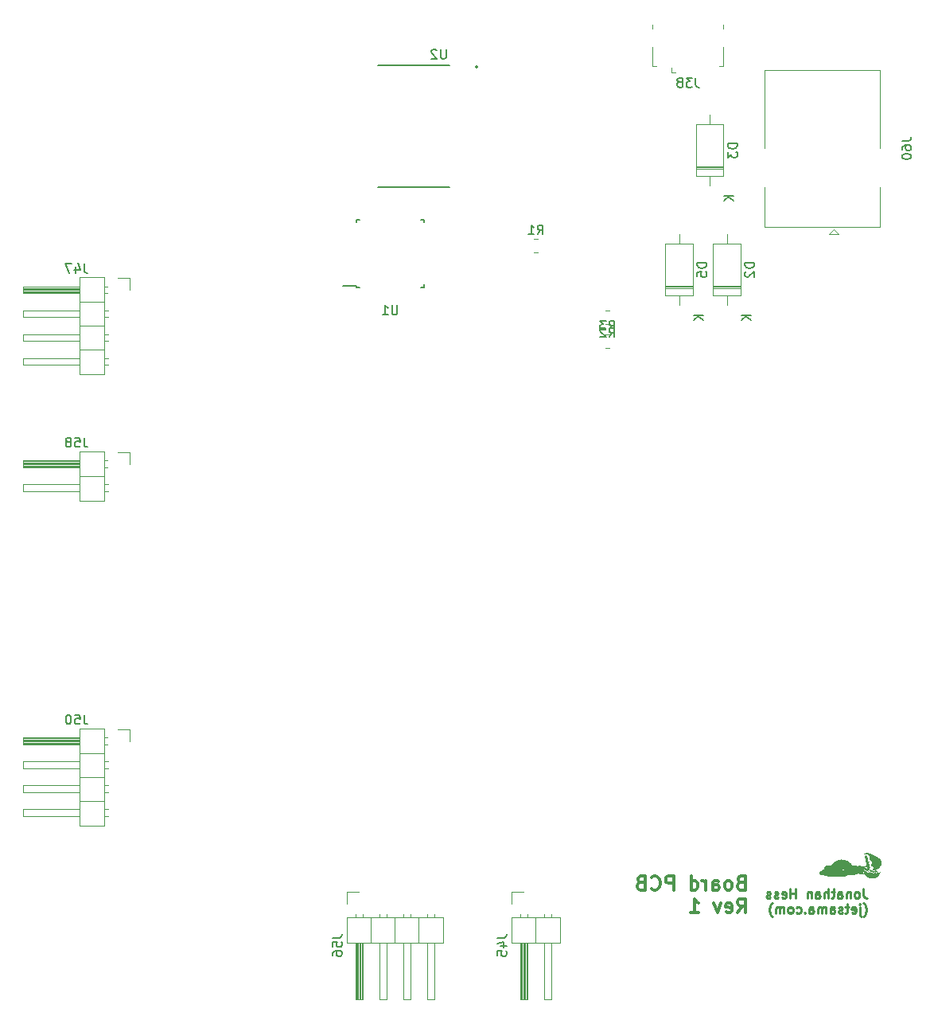
<source format=gbr>
%TF.GenerationSoftware,KiCad,Pcbnew,7.0.9*%
%TF.CreationDate,2024-03-13T01:01:39-05:00*%
%TF.ProjectId,BOARD,424f4152-442e-46b6-9963-61645f706362,rev?*%
%TF.SameCoordinates,Original*%
%TF.FileFunction,Legend,Bot*%
%TF.FilePolarity,Positive*%
%FSLAX46Y46*%
G04 Gerber Fmt 4.6, Leading zero omitted, Abs format (unit mm)*
G04 Created by KiCad (PCBNEW 7.0.9) date 2024-03-13 01:01:39*
%MOMM*%
%LPD*%
G01*
G04 APERTURE LIST*
%ADD10C,0.300000*%
%ADD11C,0.250000*%
%ADD12C,0.150000*%
%ADD13C,0.120000*%
%ADD14C,0.127000*%
%ADD15C,0.200000*%
G04 APERTURE END LIST*
D10*
X148805489Y-131220114D02*
X148591203Y-131291542D01*
X148591203Y-131291542D02*
X148519774Y-131362971D01*
X148519774Y-131362971D02*
X148448346Y-131505828D01*
X148448346Y-131505828D02*
X148448346Y-131720114D01*
X148448346Y-131720114D02*
X148519774Y-131862971D01*
X148519774Y-131862971D02*
X148591203Y-131934400D01*
X148591203Y-131934400D02*
X148734060Y-132005828D01*
X148734060Y-132005828D02*
X149305489Y-132005828D01*
X149305489Y-132005828D02*
X149305489Y-130505828D01*
X149305489Y-130505828D02*
X148805489Y-130505828D01*
X148805489Y-130505828D02*
X148662632Y-130577257D01*
X148662632Y-130577257D02*
X148591203Y-130648685D01*
X148591203Y-130648685D02*
X148519774Y-130791542D01*
X148519774Y-130791542D02*
X148519774Y-130934400D01*
X148519774Y-130934400D02*
X148591203Y-131077257D01*
X148591203Y-131077257D02*
X148662632Y-131148685D01*
X148662632Y-131148685D02*
X148805489Y-131220114D01*
X148805489Y-131220114D02*
X149305489Y-131220114D01*
X147591203Y-132005828D02*
X147734060Y-131934400D01*
X147734060Y-131934400D02*
X147805489Y-131862971D01*
X147805489Y-131862971D02*
X147876917Y-131720114D01*
X147876917Y-131720114D02*
X147876917Y-131291542D01*
X147876917Y-131291542D02*
X147805489Y-131148685D01*
X147805489Y-131148685D02*
X147734060Y-131077257D01*
X147734060Y-131077257D02*
X147591203Y-131005828D01*
X147591203Y-131005828D02*
X147376917Y-131005828D01*
X147376917Y-131005828D02*
X147234060Y-131077257D01*
X147234060Y-131077257D02*
X147162632Y-131148685D01*
X147162632Y-131148685D02*
X147091203Y-131291542D01*
X147091203Y-131291542D02*
X147091203Y-131720114D01*
X147091203Y-131720114D02*
X147162632Y-131862971D01*
X147162632Y-131862971D02*
X147234060Y-131934400D01*
X147234060Y-131934400D02*
X147376917Y-132005828D01*
X147376917Y-132005828D02*
X147591203Y-132005828D01*
X145805489Y-132005828D02*
X145805489Y-131220114D01*
X145805489Y-131220114D02*
X145876917Y-131077257D01*
X145876917Y-131077257D02*
X146019774Y-131005828D01*
X146019774Y-131005828D02*
X146305489Y-131005828D01*
X146305489Y-131005828D02*
X146448346Y-131077257D01*
X145805489Y-131934400D02*
X145948346Y-132005828D01*
X145948346Y-132005828D02*
X146305489Y-132005828D01*
X146305489Y-132005828D02*
X146448346Y-131934400D01*
X146448346Y-131934400D02*
X146519774Y-131791542D01*
X146519774Y-131791542D02*
X146519774Y-131648685D01*
X146519774Y-131648685D02*
X146448346Y-131505828D01*
X146448346Y-131505828D02*
X146305489Y-131434400D01*
X146305489Y-131434400D02*
X145948346Y-131434400D01*
X145948346Y-131434400D02*
X145805489Y-131362971D01*
X145091203Y-132005828D02*
X145091203Y-131005828D01*
X145091203Y-131291542D02*
X145019774Y-131148685D01*
X145019774Y-131148685D02*
X144948346Y-131077257D01*
X144948346Y-131077257D02*
X144805488Y-131005828D01*
X144805488Y-131005828D02*
X144662631Y-131005828D01*
X143519775Y-132005828D02*
X143519775Y-130505828D01*
X143519775Y-131934400D02*
X143662632Y-132005828D01*
X143662632Y-132005828D02*
X143948346Y-132005828D01*
X143948346Y-132005828D02*
X144091203Y-131934400D01*
X144091203Y-131934400D02*
X144162632Y-131862971D01*
X144162632Y-131862971D02*
X144234060Y-131720114D01*
X144234060Y-131720114D02*
X144234060Y-131291542D01*
X144234060Y-131291542D02*
X144162632Y-131148685D01*
X144162632Y-131148685D02*
X144091203Y-131077257D01*
X144091203Y-131077257D02*
X143948346Y-131005828D01*
X143948346Y-131005828D02*
X143662632Y-131005828D01*
X143662632Y-131005828D02*
X143519775Y-131077257D01*
X141662632Y-132005828D02*
X141662632Y-130505828D01*
X141662632Y-130505828D02*
X141091203Y-130505828D01*
X141091203Y-130505828D02*
X140948346Y-130577257D01*
X140948346Y-130577257D02*
X140876917Y-130648685D01*
X140876917Y-130648685D02*
X140805489Y-130791542D01*
X140805489Y-130791542D02*
X140805489Y-131005828D01*
X140805489Y-131005828D02*
X140876917Y-131148685D01*
X140876917Y-131148685D02*
X140948346Y-131220114D01*
X140948346Y-131220114D02*
X141091203Y-131291542D01*
X141091203Y-131291542D02*
X141662632Y-131291542D01*
X139305489Y-131862971D02*
X139376917Y-131934400D01*
X139376917Y-131934400D02*
X139591203Y-132005828D01*
X139591203Y-132005828D02*
X139734060Y-132005828D01*
X139734060Y-132005828D02*
X139948346Y-131934400D01*
X139948346Y-131934400D02*
X140091203Y-131791542D01*
X140091203Y-131791542D02*
X140162632Y-131648685D01*
X140162632Y-131648685D02*
X140234060Y-131362971D01*
X140234060Y-131362971D02*
X140234060Y-131148685D01*
X140234060Y-131148685D02*
X140162632Y-130862971D01*
X140162632Y-130862971D02*
X140091203Y-130720114D01*
X140091203Y-130720114D02*
X139948346Y-130577257D01*
X139948346Y-130577257D02*
X139734060Y-130505828D01*
X139734060Y-130505828D02*
X139591203Y-130505828D01*
X139591203Y-130505828D02*
X139376917Y-130577257D01*
X139376917Y-130577257D02*
X139305489Y-130648685D01*
X138162632Y-131220114D02*
X137948346Y-131291542D01*
X137948346Y-131291542D02*
X137876917Y-131362971D01*
X137876917Y-131362971D02*
X137805489Y-131505828D01*
X137805489Y-131505828D02*
X137805489Y-131720114D01*
X137805489Y-131720114D02*
X137876917Y-131862971D01*
X137876917Y-131862971D02*
X137948346Y-131934400D01*
X137948346Y-131934400D02*
X138091203Y-132005828D01*
X138091203Y-132005828D02*
X138662632Y-132005828D01*
X138662632Y-132005828D02*
X138662632Y-130505828D01*
X138662632Y-130505828D02*
X138162632Y-130505828D01*
X138162632Y-130505828D02*
X138019775Y-130577257D01*
X138019775Y-130577257D02*
X137948346Y-130648685D01*
X137948346Y-130648685D02*
X137876917Y-130791542D01*
X137876917Y-130791542D02*
X137876917Y-130934400D01*
X137876917Y-130934400D02*
X137948346Y-131077257D01*
X137948346Y-131077257D02*
X138019775Y-131148685D01*
X138019775Y-131148685D02*
X138162632Y-131220114D01*
X138162632Y-131220114D02*
X138662632Y-131220114D01*
X148448346Y-134420828D02*
X148948346Y-133706542D01*
X149305489Y-134420828D02*
X149305489Y-132920828D01*
X149305489Y-132920828D02*
X148734060Y-132920828D01*
X148734060Y-132920828D02*
X148591203Y-132992257D01*
X148591203Y-132992257D02*
X148519774Y-133063685D01*
X148519774Y-133063685D02*
X148448346Y-133206542D01*
X148448346Y-133206542D02*
X148448346Y-133420828D01*
X148448346Y-133420828D02*
X148519774Y-133563685D01*
X148519774Y-133563685D02*
X148591203Y-133635114D01*
X148591203Y-133635114D02*
X148734060Y-133706542D01*
X148734060Y-133706542D02*
X149305489Y-133706542D01*
X147234060Y-134349400D02*
X147376917Y-134420828D01*
X147376917Y-134420828D02*
X147662632Y-134420828D01*
X147662632Y-134420828D02*
X147805489Y-134349400D01*
X147805489Y-134349400D02*
X147876917Y-134206542D01*
X147876917Y-134206542D02*
X147876917Y-133635114D01*
X147876917Y-133635114D02*
X147805489Y-133492257D01*
X147805489Y-133492257D02*
X147662632Y-133420828D01*
X147662632Y-133420828D02*
X147376917Y-133420828D01*
X147376917Y-133420828D02*
X147234060Y-133492257D01*
X147234060Y-133492257D02*
X147162632Y-133635114D01*
X147162632Y-133635114D02*
X147162632Y-133777971D01*
X147162632Y-133777971D02*
X147876917Y-133920828D01*
X146662632Y-133420828D02*
X146305489Y-134420828D01*
X146305489Y-134420828D02*
X145948346Y-133420828D01*
X143448346Y-134420828D02*
X144305489Y-134420828D01*
X143876918Y-134420828D02*
X143876918Y-132920828D01*
X143876918Y-132920828D02*
X144019775Y-133135114D01*
X144019775Y-133135114D02*
X144162632Y-133277971D01*
X144162632Y-133277971D02*
X144305489Y-133349400D01*
D11*
X161871717Y-131874619D02*
X161871717Y-132588904D01*
X161871717Y-132588904D02*
X161919336Y-132731761D01*
X161919336Y-132731761D02*
X162014574Y-132827000D01*
X162014574Y-132827000D02*
X162157431Y-132874619D01*
X162157431Y-132874619D02*
X162252669Y-132874619D01*
X161252669Y-132874619D02*
X161347907Y-132827000D01*
X161347907Y-132827000D02*
X161395526Y-132779380D01*
X161395526Y-132779380D02*
X161443145Y-132684142D01*
X161443145Y-132684142D02*
X161443145Y-132398428D01*
X161443145Y-132398428D02*
X161395526Y-132303190D01*
X161395526Y-132303190D02*
X161347907Y-132255571D01*
X161347907Y-132255571D02*
X161252669Y-132207952D01*
X161252669Y-132207952D02*
X161109812Y-132207952D01*
X161109812Y-132207952D02*
X161014574Y-132255571D01*
X161014574Y-132255571D02*
X160966955Y-132303190D01*
X160966955Y-132303190D02*
X160919336Y-132398428D01*
X160919336Y-132398428D02*
X160919336Y-132684142D01*
X160919336Y-132684142D02*
X160966955Y-132779380D01*
X160966955Y-132779380D02*
X161014574Y-132827000D01*
X161014574Y-132827000D02*
X161109812Y-132874619D01*
X161109812Y-132874619D02*
X161252669Y-132874619D01*
X160490764Y-132207952D02*
X160490764Y-132874619D01*
X160490764Y-132303190D02*
X160443145Y-132255571D01*
X160443145Y-132255571D02*
X160347907Y-132207952D01*
X160347907Y-132207952D02*
X160205050Y-132207952D01*
X160205050Y-132207952D02*
X160109812Y-132255571D01*
X160109812Y-132255571D02*
X160062193Y-132350809D01*
X160062193Y-132350809D02*
X160062193Y-132874619D01*
X159157431Y-132874619D02*
X159157431Y-132350809D01*
X159157431Y-132350809D02*
X159205050Y-132255571D01*
X159205050Y-132255571D02*
X159300288Y-132207952D01*
X159300288Y-132207952D02*
X159490764Y-132207952D01*
X159490764Y-132207952D02*
X159586002Y-132255571D01*
X159157431Y-132827000D02*
X159252669Y-132874619D01*
X159252669Y-132874619D02*
X159490764Y-132874619D01*
X159490764Y-132874619D02*
X159586002Y-132827000D01*
X159586002Y-132827000D02*
X159633621Y-132731761D01*
X159633621Y-132731761D02*
X159633621Y-132636523D01*
X159633621Y-132636523D02*
X159586002Y-132541285D01*
X159586002Y-132541285D02*
X159490764Y-132493666D01*
X159490764Y-132493666D02*
X159252669Y-132493666D01*
X159252669Y-132493666D02*
X159157431Y-132446047D01*
X158824097Y-132207952D02*
X158443145Y-132207952D01*
X158681240Y-131874619D02*
X158681240Y-132731761D01*
X158681240Y-132731761D02*
X158633621Y-132827000D01*
X158633621Y-132827000D02*
X158538383Y-132874619D01*
X158538383Y-132874619D02*
X158443145Y-132874619D01*
X158109811Y-132874619D02*
X158109811Y-131874619D01*
X157681240Y-132874619D02*
X157681240Y-132350809D01*
X157681240Y-132350809D02*
X157728859Y-132255571D01*
X157728859Y-132255571D02*
X157824097Y-132207952D01*
X157824097Y-132207952D02*
X157966954Y-132207952D01*
X157966954Y-132207952D02*
X158062192Y-132255571D01*
X158062192Y-132255571D02*
X158109811Y-132303190D01*
X156776478Y-132874619D02*
X156776478Y-132350809D01*
X156776478Y-132350809D02*
X156824097Y-132255571D01*
X156824097Y-132255571D02*
X156919335Y-132207952D01*
X156919335Y-132207952D02*
X157109811Y-132207952D01*
X157109811Y-132207952D02*
X157205049Y-132255571D01*
X156776478Y-132827000D02*
X156871716Y-132874619D01*
X156871716Y-132874619D02*
X157109811Y-132874619D01*
X157109811Y-132874619D02*
X157205049Y-132827000D01*
X157205049Y-132827000D02*
X157252668Y-132731761D01*
X157252668Y-132731761D02*
X157252668Y-132636523D01*
X157252668Y-132636523D02*
X157205049Y-132541285D01*
X157205049Y-132541285D02*
X157109811Y-132493666D01*
X157109811Y-132493666D02*
X156871716Y-132493666D01*
X156871716Y-132493666D02*
X156776478Y-132446047D01*
X156300287Y-132207952D02*
X156300287Y-132874619D01*
X156300287Y-132303190D02*
X156252668Y-132255571D01*
X156252668Y-132255571D02*
X156157430Y-132207952D01*
X156157430Y-132207952D02*
X156014573Y-132207952D01*
X156014573Y-132207952D02*
X155919335Y-132255571D01*
X155919335Y-132255571D02*
X155871716Y-132350809D01*
X155871716Y-132350809D02*
X155871716Y-132874619D01*
X154633620Y-132874619D02*
X154633620Y-131874619D01*
X154633620Y-132350809D02*
X154062192Y-132350809D01*
X154062192Y-132874619D02*
X154062192Y-131874619D01*
X153205049Y-132827000D02*
X153300287Y-132874619D01*
X153300287Y-132874619D02*
X153490763Y-132874619D01*
X153490763Y-132874619D02*
X153586001Y-132827000D01*
X153586001Y-132827000D02*
X153633620Y-132731761D01*
X153633620Y-132731761D02*
X153633620Y-132350809D01*
X153633620Y-132350809D02*
X153586001Y-132255571D01*
X153586001Y-132255571D02*
X153490763Y-132207952D01*
X153490763Y-132207952D02*
X153300287Y-132207952D01*
X153300287Y-132207952D02*
X153205049Y-132255571D01*
X153205049Y-132255571D02*
X153157430Y-132350809D01*
X153157430Y-132350809D02*
X153157430Y-132446047D01*
X153157430Y-132446047D02*
X153633620Y-132541285D01*
X152776477Y-132827000D02*
X152681239Y-132874619D01*
X152681239Y-132874619D02*
X152490763Y-132874619D01*
X152490763Y-132874619D02*
X152395525Y-132827000D01*
X152395525Y-132827000D02*
X152347906Y-132731761D01*
X152347906Y-132731761D02*
X152347906Y-132684142D01*
X152347906Y-132684142D02*
X152395525Y-132588904D01*
X152395525Y-132588904D02*
X152490763Y-132541285D01*
X152490763Y-132541285D02*
X152633620Y-132541285D01*
X152633620Y-132541285D02*
X152728858Y-132493666D01*
X152728858Y-132493666D02*
X152776477Y-132398428D01*
X152776477Y-132398428D02*
X152776477Y-132350809D01*
X152776477Y-132350809D02*
X152728858Y-132255571D01*
X152728858Y-132255571D02*
X152633620Y-132207952D01*
X152633620Y-132207952D02*
X152490763Y-132207952D01*
X152490763Y-132207952D02*
X152395525Y-132255571D01*
X151966953Y-132827000D02*
X151871715Y-132874619D01*
X151871715Y-132874619D02*
X151681239Y-132874619D01*
X151681239Y-132874619D02*
X151586001Y-132827000D01*
X151586001Y-132827000D02*
X151538382Y-132731761D01*
X151538382Y-132731761D02*
X151538382Y-132684142D01*
X151538382Y-132684142D02*
X151586001Y-132588904D01*
X151586001Y-132588904D02*
X151681239Y-132541285D01*
X151681239Y-132541285D02*
X151824096Y-132541285D01*
X151824096Y-132541285D02*
X151919334Y-132493666D01*
X151919334Y-132493666D02*
X151966953Y-132398428D01*
X151966953Y-132398428D02*
X151966953Y-132350809D01*
X151966953Y-132350809D02*
X151919334Y-132255571D01*
X151919334Y-132255571D02*
X151824096Y-132207952D01*
X151824096Y-132207952D02*
X151681239Y-132207952D01*
X151681239Y-132207952D02*
X151586001Y-132255571D01*
X161871717Y-134865571D02*
X161919336Y-134817952D01*
X161919336Y-134817952D02*
X162014574Y-134675095D01*
X162014574Y-134675095D02*
X162062193Y-134579857D01*
X162062193Y-134579857D02*
X162109812Y-134437000D01*
X162109812Y-134437000D02*
X162157431Y-134198904D01*
X162157431Y-134198904D02*
X162157431Y-134008428D01*
X162157431Y-134008428D02*
X162109812Y-133770333D01*
X162109812Y-133770333D02*
X162062193Y-133627476D01*
X162062193Y-133627476D02*
X162014574Y-133532238D01*
X162014574Y-133532238D02*
X161919336Y-133389380D01*
X161919336Y-133389380D02*
X161871717Y-133341761D01*
X161490764Y-133817952D02*
X161490764Y-134675095D01*
X161490764Y-134675095D02*
X161538383Y-134770333D01*
X161538383Y-134770333D02*
X161633621Y-134817952D01*
X161633621Y-134817952D02*
X161681240Y-134817952D01*
X161490764Y-133484619D02*
X161538383Y-133532238D01*
X161538383Y-133532238D02*
X161490764Y-133579857D01*
X161490764Y-133579857D02*
X161443145Y-133532238D01*
X161443145Y-133532238D02*
X161490764Y-133484619D01*
X161490764Y-133484619D02*
X161490764Y-133579857D01*
X160633622Y-134437000D02*
X160728860Y-134484619D01*
X160728860Y-134484619D02*
X160919336Y-134484619D01*
X160919336Y-134484619D02*
X161014574Y-134437000D01*
X161014574Y-134437000D02*
X161062193Y-134341761D01*
X161062193Y-134341761D02*
X161062193Y-133960809D01*
X161062193Y-133960809D02*
X161014574Y-133865571D01*
X161014574Y-133865571D02*
X160919336Y-133817952D01*
X160919336Y-133817952D02*
X160728860Y-133817952D01*
X160728860Y-133817952D02*
X160633622Y-133865571D01*
X160633622Y-133865571D02*
X160586003Y-133960809D01*
X160586003Y-133960809D02*
X160586003Y-134056047D01*
X160586003Y-134056047D02*
X161062193Y-134151285D01*
X160300288Y-133817952D02*
X159919336Y-133817952D01*
X160157431Y-133484619D02*
X160157431Y-134341761D01*
X160157431Y-134341761D02*
X160109812Y-134437000D01*
X160109812Y-134437000D02*
X160014574Y-134484619D01*
X160014574Y-134484619D02*
X159919336Y-134484619D01*
X159633621Y-134437000D02*
X159538383Y-134484619D01*
X159538383Y-134484619D02*
X159347907Y-134484619D01*
X159347907Y-134484619D02*
X159252669Y-134437000D01*
X159252669Y-134437000D02*
X159205050Y-134341761D01*
X159205050Y-134341761D02*
X159205050Y-134294142D01*
X159205050Y-134294142D02*
X159252669Y-134198904D01*
X159252669Y-134198904D02*
X159347907Y-134151285D01*
X159347907Y-134151285D02*
X159490764Y-134151285D01*
X159490764Y-134151285D02*
X159586002Y-134103666D01*
X159586002Y-134103666D02*
X159633621Y-134008428D01*
X159633621Y-134008428D02*
X159633621Y-133960809D01*
X159633621Y-133960809D02*
X159586002Y-133865571D01*
X159586002Y-133865571D02*
X159490764Y-133817952D01*
X159490764Y-133817952D02*
X159347907Y-133817952D01*
X159347907Y-133817952D02*
X159252669Y-133865571D01*
X158347907Y-134484619D02*
X158347907Y-133960809D01*
X158347907Y-133960809D02*
X158395526Y-133865571D01*
X158395526Y-133865571D02*
X158490764Y-133817952D01*
X158490764Y-133817952D02*
X158681240Y-133817952D01*
X158681240Y-133817952D02*
X158776478Y-133865571D01*
X158347907Y-134437000D02*
X158443145Y-134484619D01*
X158443145Y-134484619D02*
X158681240Y-134484619D01*
X158681240Y-134484619D02*
X158776478Y-134437000D01*
X158776478Y-134437000D02*
X158824097Y-134341761D01*
X158824097Y-134341761D02*
X158824097Y-134246523D01*
X158824097Y-134246523D02*
X158776478Y-134151285D01*
X158776478Y-134151285D02*
X158681240Y-134103666D01*
X158681240Y-134103666D02*
X158443145Y-134103666D01*
X158443145Y-134103666D02*
X158347907Y-134056047D01*
X157871716Y-134484619D02*
X157871716Y-133817952D01*
X157871716Y-133913190D02*
X157824097Y-133865571D01*
X157824097Y-133865571D02*
X157728859Y-133817952D01*
X157728859Y-133817952D02*
X157586002Y-133817952D01*
X157586002Y-133817952D02*
X157490764Y-133865571D01*
X157490764Y-133865571D02*
X157443145Y-133960809D01*
X157443145Y-133960809D02*
X157443145Y-134484619D01*
X157443145Y-133960809D02*
X157395526Y-133865571D01*
X157395526Y-133865571D02*
X157300288Y-133817952D01*
X157300288Y-133817952D02*
X157157431Y-133817952D01*
X157157431Y-133817952D02*
X157062192Y-133865571D01*
X157062192Y-133865571D02*
X157014573Y-133960809D01*
X157014573Y-133960809D02*
X157014573Y-134484619D01*
X156109812Y-134484619D02*
X156109812Y-133960809D01*
X156109812Y-133960809D02*
X156157431Y-133865571D01*
X156157431Y-133865571D02*
X156252669Y-133817952D01*
X156252669Y-133817952D02*
X156443145Y-133817952D01*
X156443145Y-133817952D02*
X156538383Y-133865571D01*
X156109812Y-134437000D02*
X156205050Y-134484619D01*
X156205050Y-134484619D02*
X156443145Y-134484619D01*
X156443145Y-134484619D02*
X156538383Y-134437000D01*
X156538383Y-134437000D02*
X156586002Y-134341761D01*
X156586002Y-134341761D02*
X156586002Y-134246523D01*
X156586002Y-134246523D02*
X156538383Y-134151285D01*
X156538383Y-134151285D02*
X156443145Y-134103666D01*
X156443145Y-134103666D02*
X156205050Y-134103666D01*
X156205050Y-134103666D02*
X156109812Y-134056047D01*
X155633621Y-134389380D02*
X155586002Y-134437000D01*
X155586002Y-134437000D02*
X155633621Y-134484619D01*
X155633621Y-134484619D02*
X155681240Y-134437000D01*
X155681240Y-134437000D02*
X155633621Y-134389380D01*
X155633621Y-134389380D02*
X155633621Y-134484619D01*
X154728860Y-134437000D02*
X154824098Y-134484619D01*
X154824098Y-134484619D02*
X155014574Y-134484619D01*
X155014574Y-134484619D02*
X155109812Y-134437000D01*
X155109812Y-134437000D02*
X155157431Y-134389380D01*
X155157431Y-134389380D02*
X155205050Y-134294142D01*
X155205050Y-134294142D02*
X155205050Y-134008428D01*
X155205050Y-134008428D02*
X155157431Y-133913190D01*
X155157431Y-133913190D02*
X155109812Y-133865571D01*
X155109812Y-133865571D02*
X155014574Y-133817952D01*
X155014574Y-133817952D02*
X154824098Y-133817952D01*
X154824098Y-133817952D02*
X154728860Y-133865571D01*
X154157431Y-134484619D02*
X154252669Y-134437000D01*
X154252669Y-134437000D02*
X154300288Y-134389380D01*
X154300288Y-134389380D02*
X154347907Y-134294142D01*
X154347907Y-134294142D02*
X154347907Y-134008428D01*
X154347907Y-134008428D02*
X154300288Y-133913190D01*
X154300288Y-133913190D02*
X154252669Y-133865571D01*
X154252669Y-133865571D02*
X154157431Y-133817952D01*
X154157431Y-133817952D02*
X154014574Y-133817952D01*
X154014574Y-133817952D02*
X153919336Y-133865571D01*
X153919336Y-133865571D02*
X153871717Y-133913190D01*
X153871717Y-133913190D02*
X153824098Y-134008428D01*
X153824098Y-134008428D02*
X153824098Y-134294142D01*
X153824098Y-134294142D02*
X153871717Y-134389380D01*
X153871717Y-134389380D02*
X153919336Y-134437000D01*
X153919336Y-134437000D02*
X154014574Y-134484619D01*
X154014574Y-134484619D02*
X154157431Y-134484619D01*
X153395526Y-134484619D02*
X153395526Y-133817952D01*
X153395526Y-133913190D02*
X153347907Y-133865571D01*
X153347907Y-133865571D02*
X153252669Y-133817952D01*
X153252669Y-133817952D02*
X153109812Y-133817952D01*
X153109812Y-133817952D02*
X153014574Y-133865571D01*
X153014574Y-133865571D02*
X152966955Y-133960809D01*
X152966955Y-133960809D02*
X152966955Y-134484619D01*
X152966955Y-133960809D02*
X152919336Y-133865571D01*
X152919336Y-133865571D02*
X152824098Y-133817952D01*
X152824098Y-133817952D02*
X152681241Y-133817952D01*
X152681241Y-133817952D02*
X152586002Y-133865571D01*
X152586002Y-133865571D02*
X152538383Y-133960809D01*
X152538383Y-133960809D02*
X152538383Y-134484619D01*
X152157431Y-134865571D02*
X152109812Y-134817952D01*
X152109812Y-134817952D02*
X152014574Y-134675095D01*
X152014574Y-134675095D02*
X151966955Y-134579857D01*
X151966955Y-134579857D02*
X151919336Y-134437000D01*
X151919336Y-134437000D02*
X151871717Y-134198904D01*
X151871717Y-134198904D02*
X151871717Y-134008428D01*
X151871717Y-134008428D02*
X151919336Y-133770333D01*
X151919336Y-133770333D02*
X151966955Y-133627476D01*
X151966955Y-133627476D02*
X152014574Y-133532238D01*
X152014574Y-133532238D02*
X152109812Y-133389380D01*
X152109812Y-133389380D02*
X152157431Y-133341761D01*
D12*
X122909819Y-137075476D02*
X123624104Y-137075476D01*
X123624104Y-137075476D02*
X123766961Y-137027857D01*
X123766961Y-137027857D02*
X123862200Y-136932619D01*
X123862200Y-136932619D02*
X123909819Y-136789762D01*
X123909819Y-136789762D02*
X123909819Y-136694524D01*
X123243152Y-137980238D02*
X123909819Y-137980238D01*
X122862200Y-137742143D02*
X123576485Y-137504048D01*
X123576485Y-137504048D02*
X123576485Y-138123095D01*
X122909819Y-138980238D02*
X122909819Y-138504048D01*
X122909819Y-138504048D02*
X123386009Y-138456429D01*
X123386009Y-138456429D02*
X123338390Y-138504048D01*
X123338390Y-138504048D02*
X123290771Y-138599286D01*
X123290771Y-138599286D02*
X123290771Y-138837381D01*
X123290771Y-138837381D02*
X123338390Y-138932619D01*
X123338390Y-138932619D02*
X123386009Y-138980238D01*
X123386009Y-138980238D02*
X123481247Y-139027857D01*
X123481247Y-139027857D02*
X123719342Y-139027857D01*
X123719342Y-139027857D02*
X123814580Y-138980238D01*
X123814580Y-138980238D02*
X123862200Y-138932619D01*
X123862200Y-138932619D02*
X123909819Y-138837381D01*
X123909819Y-138837381D02*
X123909819Y-138599286D01*
X123909819Y-138599286D02*
X123862200Y-138504048D01*
X123862200Y-138504048D02*
X123814580Y-138456429D01*
X134786666Y-73224819D02*
X135119999Y-72748628D01*
X135358094Y-73224819D02*
X135358094Y-72224819D01*
X135358094Y-72224819D02*
X134977142Y-72224819D01*
X134977142Y-72224819D02*
X134881904Y-72272438D01*
X134881904Y-72272438D02*
X134834285Y-72320057D01*
X134834285Y-72320057D02*
X134786666Y-72415295D01*
X134786666Y-72415295D02*
X134786666Y-72558152D01*
X134786666Y-72558152D02*
X134834285Y-72653390D01*
X134834285Y-72653390D02*
X134881904Y-72701009D01*
X134881904Y-72701009D02*
X134977142Y-72748628D01*
X134977142Y-72748628D02*
X135358094Y-72748628D01*
X134405713Y-72320057D02*
X134358094Y-72272438D01*
X134358094Y-72272438D02*
X134262856Y-72224819D01*
X134262856Y-72224819D02*
X134024761Y-72224819D01*
X134024761Y-72224819D02*
X133929523Y-72272438D01*
X133929523Y-72272438D02*
X133881904Y-72320057D01*
X133881904Y-72320057D02*
X133834285Y-72415295D01*
X133834285Y-72415295D02*
X133834285Y-72510533D01*
X133834285Y-72510533D02*
X133881904Y-72653390D01*
X133881904Y-72653390D02*
X134453332Y-73224819D01*
X134453332Y-73224819D02*
X133834285Y-73224819D01*
X144009523Y-45654819D02*
X144009523Y-46369104D01*
X144009523Y-46369104D02*
X144057142Y-46511961D01*
X144057142Y-46511961D02*
X144152380Y-46607200D01*
X144152380Y-46607200D02*
X144295237Y-46654819D01*
X144295237Y-46654819D02*
X144390475Y-46654819D01*
X143628570Y-45654819D02*
X143009523Y-45654819D01*
X143009523Y-45654819D02*
X143342856Y-46035771D01*
X143342856Y-46035771D02*
X143199999Y-46035771D01*
X143199999Y-46035771D02*
X143104761Y-46083390D01*
X143104761Y-46083390D02*
X143057142Y-46131009D01*
X143057142Y-46131009D02*
X143009523Y-46226247D01*
X143009523Y-46226247D02*
X143009523Y-46464342D01*
X143009523Y-46464342D02*
X143057142Y-46559580D01*
X143057142Y-46559580D02*
X143104761Y-46607200D01*
X143104761Y-46607200D02*
X143199999Y-46654819D01*
X143199999Y-46654819D02*
X143485713Y-46654819D01*
X143485713Y-46654819D02*
X143580951Y-46607200D01*
X143580951Y-46607200D02*
X143628570Y-46559580D01*
X142438094Y-46083390D02*
X142533332Y-46035771D01*
X142533332Y-46035771D02*
X142580951Y-45988152D01*
X142580951Y-45988152D02*
X142628570Y-45892914D01*
X142628570Y-45892914D02*
X142628570Y-45845295D01*
X142628570Y-45845295D02*
X142580951Y-45750057D01*
X142580951Y-45750057D02*
X142533332Y-45702438D01*
X142533332Y-45702438D02*
X142438094Y-45654819D01*
X142438094Y-45654819D02*
X142247618Y-45654819D01*
X142247618Y-45654819D02*
X142152380Y-45702438D01*
X142152380Y-45702438D02*
X142104761Y-45750057D01*
X142104761Y-45750057D02*
X142057142Y-45845295D01*
X142057142Y-45845295D02*
X142057142Y-45892914D01*
X142057142Y-45892914D02*
X142104761Y-45988152D01*
X142104761Y-45988152D02*
X142152380Y-46035771D01*
X142152380Y-46035771D02*
X142247618Y-46083390D01*
X142247618Y-46083390D02*
X142438094Y-46083390D01*
X142438094Y-46083390D02*
X142533332Y-46131009D01*
X142533332Y-46131009D02*
X142580951Y-46178628D01*
X142580951Y-46178628D02*
X142628570Y-46273866D01*
X142628570Y-46273866D02*
X142628570Y-46464342D01*
X142628570Y-46464342D02*
X142580951Y-46559580D01*
X142580951Y-46559580D02*
X142533332Y-46607200D01*
X142533332Y-46607200D02*
X142438094Y-46654819D01*
X142438094Y-46654819D02*
X142247618Y-46654819D01*
X142247618Y-46654819D02*
X142152380Y-46607200D01*
X142152380Y-46607200D02*
X142104761Y-46559580D01*
X142104761Y-46559580D02*
X142057142Y-46464342D01*
X142057142Y-46464342D02*
X142057142Y-46273866D01*
X142057142Y-46273866D02*
X142104761Y-46178628D01*
X142104761Y-46178628D02*
X142152380Y-46131009D01*
X142152380Y-46131009D02*
X142247618Y-46083390D01*
X78924523Y-65374819D02*
X78924523Y-66089104D01*
X78924523Y-66089104D02*
X78972142Y-66231961D01*
X78972142Y-66231961D02*
X79067380Y-66327200D01*
X79067380Y-66327200D02*
X79210237Y-66374819D01*
X79210237Y-66374819D02*
X79305475Y-66374819D01*
X78019761Y-65708152D02*
X78019761Y-66374819D01*
X78257856Y-65327200D02*
X78495951Y-66041485D01*
X78495951Y-66041485D02*
X77876904Y-66041485D01*
X77591189Y-65374819D02*
X76924523Y-65374819D01*
X76924523Y-65374819D02*
X77353094Y-66374819D01*
X112261904Y-69834819D02*
X112261904Y-70644342D01*
X112261904Y-70644342D02*
X112214285Y-70739580D01*
X112214285Y-70739580D02*
X112166666Y-70787200D01*
X112166666Y-70787200D02*
X112071428Y-70834819D01*
X112071428Y-70834819D02*
X111880952Y-70834819D01*
X111880952Y-70834819D02*
X111785714Y-70787200D01*
X111785714Y-70787200D02*
X111738095Y-70739580D01*
X111738095Y-70739580D02*
X111690476Y-70644342D01*
X111690476Y-70644342D02*
X111690476Y-69834819D01*
X110690476Y-70834819D02*
X111261904Y-70834819D01*
X110976190Y-70834819D02*
X110976190Y-69834819D01*
X110976190Y-69834819D02*
X111071428Y-69977676D01*
X111071428Y-69977676D02*
X111166666Y-70072914D01*
X111166666Y-70072914D02*
X111261904Y-70120533D01*
X148424819Y-52601905D02*
X147424819Y-52601905D01*
X147424819Y-52601905D02*
X147424819Y-52840000D01*
X147424819Y-52840000D02*
X147472438Y-52982857D01*
X147472438Y-52982857D02*
X147567676Y-53078095D01*
X147567676Y-53078095D02*
X147662914Y-53125714D01*
X147662914Y-53125714D02*
X147853390Y-53173333D01*
X147853390Y-53173333D02*
X147996247Y-53173333D01*
X147996247Y-53173333D02*
X148186723Y-53125714D01*
X148186723Y-53125714D02*
X148281961Y-53078095D01*
X148281961Y-53078095D02*
X148377200Y-52982857D01*
X148377200Y-52982857D02*
X148424819Y-52840000D01*
X148424819Y-52840000D02*
X148424819Y-52601905D01*
X147424819Y-53506667D02*
X147424819Y-54125714D01*
X147424819Y-54125714D02*
X147805771Y-53792381D01*
X147805771Y-53792381D02*
X147805771Y-53935238D01*
X147805771Y-53935238D02*
X147853390Y-54030476D01*
X147853390Y-54030476D02*
X147901009Y-54078095D01*
X147901009Y-54078095D02*
X147996247Y-54125714D01*
X147996247Y-54125714D02*
X148234342Y-54125714D01*
X148234342Y-54125714D02*
X148329580Y-54078095D01*
X148329580Y-54078095D02*
X148377200Y-54030476D01*
X148377200Y-54030476D02*
X148424819Y-53935238D01*
X148424819Y-53935238D02*
X148424819Y-53649524D01*
X148424819Y-53649524D02*
X148377200Y-53554286D01*
X148377200Y-53554286D02*
X148329580Y-53506667D01*
X148054819Y-58158095D02*
X147054819Y-58158095D01*
X148054819Y-58729523D02*
X147483390Y-58300952D01*
X147054819Y-58729523D02*
X147626247Y-58158095D01*
X145164819Y-65301905D02*
X144164819Y-65301905D01*
X144164819Y-65301905D02*
X144164819Y-65540000D01*
X144164819Y-65540000D02*
X144212438Y-65682857D01*
X144212438Y-65682857D02*
X144307676Y-65778095D01*
X144307676Y-65778095D02*
X144402914Y-65825714D01*
X144402914Y-65825714D02*
X144593390Y-65873333D01*
X144593390Y-65873333D02*
X144736247Y-65873333D01*
X144736247Y-65873333D02*
X144926723Y-65825714D01*
X144926723Y-65825714D02*
X145021961Y-65778095D01*
X145021961Y-65778095D02*
X145117200Y-65682857D01*
X145117200Y-65682857D02*
X145164819Y-65540000D01*
X145164819Y-65540000D02*
X145164819Y-65301905D01*
X144164819Y-66778095D02*
X144164819Y-66301905D01*
X144164819Y-66301905D02*
X144641009Y-66254286D01*
X144641009Y-66254286D02*
X144593390Y-66301905D01*
X144593390Y-66301905D02*
X144545771Y-66397143D01*
X144545771Y-66397143D02*
X144545771Y-66635238D01*
X144545771Y-66635238D02*
X144593390Y-66730476D01*
X144593390Y-66730476D02*
X144641009Y-66778095D01*
X144641009Y-66778095D02*
X144736247Y-66825714D01*
X144736247Y-66825714D02*
X144974342Y-66825714D01*
X144974342Y-66825714D02*
X145069580Y-66778095D01*
X145069580Y-66778095D02*
X145117200Y-66730476D01*
X145117200Y-66730476D02*
X145164819Y-66635238D01*
X145164819Y-66635238D02*
X145164819Y-66397143D01*
X145164819Y-66397143D02*
X145117200Y-66301905D01*
X145117200Y-66301905D02*
X145069580Y-66254286D01*
X144794819Y-70858095D02*
X143794819Y-70858095D01*
X144794819Y-71429523D02*
X144223390Y-71000952D01*
X143794819Y-71429523D02*
X144366247Y-70858095D01*
X150244819Y-65301905D02*
X149244819Y-65301905D01*
X149244819Y-65301905D02*
X149244819Y-65540000D01*
X149244819Y-65540000D02*
X149292438Y-65682857D01*
X149292438Y-65682857D02*
X149387676Y-65778095D01*
X149387676Y-65778095D02*
X149482914Y-65825714D01*
X149482914Y-65825714D02*
X149673390Y-65873333D01*
X149673390Y-65873333D02*
X149816247Y-65873333D01*
X149816247Y-65873333D02*
X150006723Y-65825714D01*
X150006723Y-65825714D02*
X150101961Y-65778095D01*
X150101961Y-65778095D02*
X150197200Y-65682857D01*
X150197200Y-65682857D02*
X150244819Y-65540000D01*
X150244819Y-65540000D02*
X150244819Y-65301905D01*
X149340057Y-66254286D02*
X149292438Y-66301905D01*
X149292438Y-66301905D02*
X149244819Y-66397143D01*
X149244819Y-66397143D02*
X149244819Y-66635238D01*
X149244819Y-66635238D02*
X149292438Y-66730476D01*
X149292438Y-66730476D02*
X149340057Y-66778095D01*
X149340057Y-66778095D02*
X149435295Y-66825714D01*
X149435295Y-66825714D02*
X149530533Y-66825714D01*
X149530533Y-66825714D02*
X149673390Y-66778095D01*
X149673390Y-66778095D02*
X150244819Y-66206667D01*
X150244819Y-66206667D02*
X150244819Y-66825714D01*
X149874819Y-70858095D02*
X148874819Y-70858095D01*
X149874819Y-71429523D02*
X149303390Y-71000952D01*
X148874819Y-71429523D02*
X149446247Y-70858095D01*
X117446904Y-42619819D02*
X117446904Y-43429342D01*
X117446904Y-43429342D02*
X117399285Y-43524580D01*
X117399285Y-43524580D02*
X117351666Y-43572200D01*
X117351666Y-43572200D02*
X117256428Y-43619819D01*
X117256428Y-43619819D02*
X117065952Y-43619819D01*
X117065952Y-43619819D02*
X116970714Y-43572200D01*
X116970714Y-43572200D02*
X116923095Y-43524580D01*
X116923095Y-43524580D02*
X116875476Y-43429342D01*
X116875476Y-43429342D02*
X116875476Y-42619819D01*
X116446904Y-42715057D02*
X116399285Y-42667438D01*
X116399285Y-42667438D02*
X116304047Y-42619819D01*
X116304047Y-42619819D02*
X116065952Y-42619819D01*
X116065952Y-42619819D02*
X115970714Y-42667438D01*
X115970714Y-42667438D02*
X115923095Y-42715057D01*
X115923095Y-42715057D02*
X115875476Y-42810295D01*
X115875476Y-42810295D02*
X115875476Y-42905533D01*
X115875476Y-42905533D02*
X115923095Y-43048390D01*
X115923095Y-43048390D02*
X116494523Y-43619819D01*
X116494523Y-43619819D02*
X115875476Y-43619819D01*
X78924523Y-113374819D02*
X78924523Y-114089104D01*
X78924523Y-114089104D02*
X78972142Y-114231961D01*
X78972142Y-114231961D02*
X79067380Y-114327200D01*
X79067380Y-114327200D02*
X79210237Y-114374819D01*
X79210237Y-114374819D02*
X79305475Y-114374819D01*
X77972142Y-113374819D02*
X78448332Y-113374819D01*
X78448332Y-113374819D02*
X78495951Y-113851009D01*
X78495951Y-113851009D02*
X78448332Y-113803390D01*
X78448332Y-113803390D02*
X78353094Y-113755771D01*
X78353094Y-113755771D02*
X78114999Y-113755771D01*
X78114999Y-113755771D02*
X78019761Y-113803390D01*
X78019761Y-113803390D02*
X77972142Y-113851009D01*
X77972142Y-113851009D02*
X77924523Y-113946247D01*
X77924523Y-113946247D02*
X77924523Y-114184342D01*
X77924523Y-114184342D02*
X77972142Y-114279580D01*
X77972142Y-114279580D02*
X78019761Y-114327200D01*
X78019761Y-114327200D02*
X78114999Y-114374819D01*
X78114999Y-114374819D02*
X78353094Y-114374819D01*
X78353094Y-114374819D02*
X78448332Y-114327200D01*
X78448332Y-114327200D02*
X78495951Y-114279580D01*
X77305475Y-113374819D02*
X77210237Y-113374819D01*
X77210237Y-113374819D02*
X77114999Y-113422438D01*
X77114999Y-113422438D02*
X77067380Y-113470057D01*
X77067380Y-113470057D02*
X77019761Y-113565295D01*
X77019761Y-113565295D02*
X76972142Y-113755771D01*
X76972142Y-113755771D02*
X76972142Y-113993866D01*
X76972142Y-113993866D02*
X77019761Y-114184342D01*
X77019761Y-114184342D02*
X77067380Y-114279580D01*
X77067380Y-114279580D02*
X77114999Y-114327200D01*
X77114999Y-114327200D02*
X77210237Y-114374819D01*
X77210237Y-114374819D02*
X77305475Y-114374819D01*
X77305475Y-114374819D02*
X77400713Y-114327200D01*
X77400713Y-114327200D02*
X77448332Y-114279580D01*
X77448332Y-114279580D02*
X77495951Y-114184342D01*
X77495951Y-114184342D02*
X77543570Y-113993866D01*
X77543570Y-113993866D02*
X77543570Y-113755771D01*
X77543570Y-113755771D02*
X77495951Y-113565295D01*
X77495951Y-113565295D02*
X77448332Y-113470057D01*
X77448332Y-113470057D02*
X77400713Y-113422438D01*
X77400713Y-113422438D02*
X77305475Y-113374819D01*
X78924523Y-83909819D02*
X78924523Y-84624104D01*
X78924523Y-84624104D02*
X78972142Y-84766961D01*
X78972142Y-84766961D02*
X79067380Y-84862200D01*
X79067380Y-84862200D02*
X79210237Y-84909819D01*
X79210237Y-84909819D02*
X79305475Y-84909819D01*
X77972142Y-83909819D02*
X78448332Y-83909819D01*
X78448332Y-83909819D02*
X78495951Y-84386009D01*
X78495951Y-84386009D02*
X78448332Y-84338390D01*
X78448332Y-84338390D02*
X78353094Y-84290771D01*
X78353094Y-84290771D02*
X78114999Y-84290771D01*
X78114999Y-84290771D02*
X78019761Y-84338390D01*
X78019761Y-84338390D02*
X77972142Y-84386009D01*
X77972142Y-84386009D02*
X77924523Y-84481247D01*
X77924523Y-84481247D02*
X77924523Y-84719342D01*
X77924523Y-84719342D02*
X77972142Y-84814580D01*
X77972142Y-84814580D02*
X78019761Y-84862200D01*
X78019761Y-84862200D02*
X78114999Y-84909819D01*
X78114999Y-84909819D02*
X78353094Y-84909819D01*
X78353094Y-84909819D02*
X78448332Y-84862200D01*
X78448332Y-84862200D02*
X78495951Y-84814580D01*
X77353094Y-84338390D02*
X77448332Y-84290771D01*
X77448332Y-84290771D02*
X77495951Y-84243152D01*
X77495951Y-84243152D02*
X77543570Y-84147914D01*
X77543570Y-84147914D02*
X77543570Y-84100295D01*
X77543570Y-84100295D02*
X77495951Y-84005057D01*
X77495951Y-84005057D02*
X77448332Y-83957438D01*
X77448332Y-83957438D02*
X77353094Y-83909819D01*
X77353094Y-83909819D02*
X77162618Y-83909819D01*
X77162618Y-83909819D02*
X77067380Y-83957438D01*
X77067380Y-83957438D02*
X77019761Y-84005057D01*
X77019761Y-84005057D02*
X76972142Y-84100295D01*
X76972142Y-84100295D02*
X76972142Y-84147914D01*
X76972142Y-84147914D02*
X77019761Y-84243152D01*
X77019761Y-84243152D02*
X77067380Y-84290771D01*
X77067380Y-84290771D02*
X77162618Y-84338390D01*
X77162618Y-84338390D02*
X77353094Y-84338390D01*
X77353094Y-84338390D02*
X77448332Y-84386009D01*
X77448332Y-84386009D02*
X77495951Y-84433628D01*
X77495951Y-84433628D02*
X77543570Y-84528866D01*
X77543570Y-84528866D02*
X77543570Y-84719342D01*
X77543570Y-84719342D02*
X77495951Y-84814580D01*
X77495951Y-84814580D02*
X77448332Y-84862200D01*
X77448332Y-84862200D02*
X77353094Y-84909819D01*
X77353094Y-84909819D02*
X77162618Y-84909819D01*
X77162618Y-84909819D02*
X77067380Y-84862200D01*
X77067380Y-84862200D02*
X77019761Y-84814580D01*
X77019761Y-84814580D02*
X76972142Y-84719342D01*
X76972142Y-84719342D02*
X76972142Y-84528866D01*
X76972142Y-84528866D02*
X77019761Y-84433628D01*
X77019761Y-84433628D02*
X77067380Y-84386009D01*
X77067380Y-84386009D02*
X77162618Y-84338390D01*
X127166666Y-62304819D02*
X127499999Y-61828628D01*
X127738094Y-62304819D02*
X127738094Y-61304819D01*
X127738094Y-61304819D02*
X127357142Y-61304819D01*
X127357142Y-61304819D02*
X127261904Y-61352438D01*
X127261904Y-61352438D02*
X127214285Y-61400057D01*
X127214285Y-61400057D02*
X127166666Y-61495295D01*
X127166666Y-61495295D02*
X127166666Y-61638152D01*
X127166666Y-61638152D02*
X127214285Y-61733390D01*
X127214285Y-61733390D02*
X127261904Y-61781009D01*
X127261904Y-61781009D02*
X127357142Y-61828628D01*
X127357142Y-61828628D02*
X127738094Y-61828628D01*
X126214285Y-62304819D02*
X126785713Y-62304819D01*
X126499999Y-62304819D02*
X126499999Y-61304819D01*
X126499999Y-61304819D02*
X126595237Y-61447676D01*
X126595237Y-61447676D02*
X126690475Y-61542914D01*
X126690475Y-61542914D02*
X126785713Y-61590533D01*
X165954819Y-52347976D02*
X166669104Y-52347976D01*
X166669104Y-52347976D02*
X166811961Y-52300357D01*
X166811961Y-52300357D02*
X166907200Y-52205119D01*
X166907200Y-52205119D02*
X166954819Y-52062262D01*
X166954819Y-52062262D02*
X166954819Y-51967024D01*
X165954819Y-53252738D02*
X165954819Y-53062262D01*
X165954819Y-53062262D02*
X166002438Y-52967024D01*
X166002438Y-52967024D02*
X166050057Y-52919405D01*
X166050057Y-52919405D02*
X166192914Y-52824167D01*
X166192914Y-52824167D02*
X166383390Y-52776548D01*
X166383390Y-52776548D02*
X166764342Y-52776548D01*
X166764342Y-52776548D02*
X166859580Y-52824167D01*
X166859580Y-52824167D02*
X166907200Y-52871786D01*
X166907200Y-52871786D02*
X166954819Y-52967024D01*
X166954819Y-52967024D02*
X166954819Y-53157500D01*
X166954819Y-53157500D02*
X166907200Y-53252738D01*
X166907200Y-53252738D02*
X166859580Y-53300357D01*
X166859580Y-53300357D02*
X166764342Y-53347976D01*
X166764342Y-53347976D02*
X166526247Y-53347976D01*
X166526247Y-53347976D02*
X166431009Y-53300357D01*
X166431009Y-53300357D02*
X166383390Y-53252738D01*
X166383390Y-53252738D02*
X166335771Y-53157500D01*
X166335771Y-53157500D02*
X166335771Y-52967024D01*
X166335771Y-52967024D02*
X166383390Y-52871786D01*
X166383390Y-52871786D02*
X166431009Y-52824167D01*
X166431009Y-52824167D02*
X166526247Y-52776548D01*
X165954819Y-53967024D02*
X165954819Y-54062262D01*
X165954819Y-54062262D02*
X166002438Y-54157500D01*
X166002438Y-54157500D02*
X166050057Y-54205119D01*
X166050057Y-54205119D02*
X166145295Y-54252738D01*
X166145295Y-54252738D02*
X166335771Y-54300357D01*
X166335771Y-54300357D02*
X166573866Y-54300357D01*
X166573866Y-54300357D02*
X166764342Y-54252738D01*
X166764342Y-54252738D02*
X166859580Y-54205119D01*
X166859580Y-54205119D02*
X166907200Y-54157500D01*
X166907200Y-54157500D02*
X166954819Y-54062262D01*
X166954819Y-54062262D02*
X166954819Y-53967024D01*
X166954819Y-53967024D02*
X166907200Y-53871786D01*
X166907200Y-53871786D02*
X166859580Y-53824167D01*
X166859580Y-53824167D02*
X166764342Y-53776548D01*
X166764342Y-53776548D02*
X166573866Y-53728929D01*
X166573866Y-53728929D02*
X166335771Y-53728929D01*
X166335771Y-53728929D02*
X166145295Y-53776548D01*
X166145295Y-53776548D02*
X166050057Y-53824167D01*
X166050057Y-53824167D02*
X166002438Y-53871786D01*
X166002438Y-53871786D02*
X165954819Y-53967024D01*
X134786666Y-72464819D02*
X135119999Y-71988628D01*
X135358094Y-72464819D02*
X135358094Y-71464819D01*
X135358094Y-71464819D02*
X134977142Y-71464819D01*
X134977142Y-71464819D02*
X134881904Y-71512438D01*
X134881904Y-71512438D02*
X134834285Y-71560057D01*
X134834285Y-71560057D02*
X134786666Y-71655295D01*
X134786666Y-71655295D02*
X134786666Y-71798152D01*
X134786666Y-71798152D02*
X134834285Y-71893390D01*
X134834285Y-71893390D02*
X134881904Y-71941009D01*
X134881904Y-71941009D02*
X134977142Y-71988628D01*
X134977142Y-71988628D02*
X135358094Y-71988628D01*
X134453332Y-71464819D02*
X133834285Y-71464819D01*
X133834285Y-71464819D02*
X134167618Y-71845771D01*
X134167618Y-71845771D02*
X134024761Y-71845771D01*
X134024761Y-71845771D02*
X133929523Y-71893390D01*
X133929523Y-71893390D02*
X133881904Y-71941009D01*
X133881904Y-71941009D02*
X133834285Y-72036247D01*
X133834285Y-72036247D02*
X133834285Y-72274342D01*
X133834285Y-72274342D02*
X133881904Y-72369580D01*
X133881904Y-72369580D02*
X133929523Y-72417200D01*
X133929523Y-72417200D02*
X134024761Y-72464819D01*
X134024761Y-72464819D02*
X134310475Y-72464819D01*
X134310475Y-72464819D02*
X134405713Y-72417200D01*
X134405713Y-72417200D02*
X134453332Y-72369580D01*
X105374819Y-137075476D02*
X106089104Y-137075476D01*
X106089104Y-137075476D02*
X106231961Y-137027857D01*
X106231961Y-137027857D02*
X106327200Y-136932619D01*
X106327200Y-136932619D02*
X106374819Y-136789762D01*
X106374819Y-136789762D02*
X106374819Y-136694524D01*
X105374819Y-138027857D02*
X105374819Y-137551667D01*
X105374819Y-137551667D02*
X105851009Y-137504048D01*
X105851009Y-137504048D02*
X105803390Y-137551667D01*
X105803390Y-137551667D02*
X105755771Y-137646905D01*
X105755771Y-137646905D02*
X105755771Y-137885000D01*
X105755771Y-137885000D02*
X105803390Y-137980238D01*
X105803390Y-137980238D02*
X105851009Y-138027857D01*
X105851009Y-138027857D02*
X105946247Y-138075476D01*
X105946247Y-138075476D02*
X106184342Y-138075476D01*
X106184342Y-138075476D02*
X106279580Y-138027857D01*
X106279580Y-138027857D02*
X106327200Y-137980238D01*
X106327200Y-137980238D02*
X106374819Y-137885000D01*
X106374819Y-137885000D02*
X106374819Y-137646905D01*
X106374819Y-137646905D02*
X106327200Y-137551667D01*
X106327200Y-137551667D02*
X106279580Y-137504048D01*
X105374819Y-138932619D02*
X105374819Y-138742143D01*
X105374819Y-138742143D02*
X105422438Y-138646905D01*
X105422438Y-138646905D02*
X105470057Y-138599286D01*
X105470057Y-138599286D02*
X105612914Y-138504048D01*
X105612914Y-138504048D02*
X105803390Y-138456429D01*
X105803390Y-138456429D02*
X106184342Y-138456429D01*
X106184342Y-138456429D02*
X106279580Y-138504048D01*
X106279580Y-138504048D02*
X106327200Y-138551667D01*
X106327200Y-138551667D02*
X106374819Y-138646905D01*
X106374819Y-138646905D02*
X106374819Y-138837381D01*
X106374819Y-138837381D02*
X106327200Y-138932619D01*
X106327200Y-138932619D02*
X106279580Y-138980238D01*
X106279580Y-138980238D02*
X106184342Y-139027857D01*
X106184342Y-139027857D02*
X105946247Y-139027857D01*
X105946247Y-139027857D02*
X105851009Y-138980238D01*
X105851009Y-138980238D02*
X105803390Y-138932619D01*
X105803390Y-138932619D02*
X105755771Y-138837381D01*
X105755771Y-138837381D02*
X105755771Y-138646905D01*
X105755771Y-138646905D02*
X105803390Y-138551667D01*
X105803390Y-138551667D02*
X105851009Y-138504048D01*
X105851009Y-138504048D02*
X105946247Y-138456429D01*
%TO.C,G\u002A\u002A\u002A*%
G36*
X162767591Y-130163767D02*
G01*
X162780290Y-130163241D01*
X162786039Y-130163281D01*
X162798685Y-130169589D01*
X162817375Y-130184197D01*
X162843411Y-130208029D01*
X162856002Y-130220075D01*
X162874337Y-130238244D01*
X162885372Y-130251108D01*
X162890702Y-130261214D01*
X162891926Y-130271106D01*
X162890639Y-130283333D01*
X162889986Y-130288040D01*
X162887539Y-130307175D01*
X162886213Y-130320000D01*
X162885721Y-130324391D01*
X162882059Y-130340000D01*
X162881547Y-130341394D01*
X162877963Y-130345134D01*
X162873334Y-130336666D01*
X162871204Y-130331321D01*
X162868756Y-130327839D01*
X162866042Y-130331267D01*
X162861871Y-130343558D01*
X162855053Y-130366666D01*
X162853595Y-130372046D01*
X162848693Y-130400130D01*
X162846646Y-130431427D01*
X162847207Y-130463191D01*
X162850130Y-130492676D01*
X162855169Y-130517136D01*
X162862078Y-130533826D01*
X162870608Y-130540000D01*
X162874063Y-130536118D01*
X162878655Y-130522278D01*
X162882988Y-130502051D01*
X162886488Y-130479296D01*
X162888584Y-130457871D01*
X162888702Y-130441634D01*
X162886271Y-130434444D01*
X162884056Y-130433100D01*
X162880000Y-130423607D01*
X162880638Y-130419237D01*
X162885890Y-130403129D01*
X162894802Y-130381698D01*
X162905385Y-130359276D01*
X162915646Y-130340196D01*
X162923593Y-130328788D01*
X162926288Y-130325386D01*
X162934157Y-130309746D01*
X162940824Y-130289491D01*
X162943308Y-130280614D01*
X162948942Y-130265837D01*
X162953596Y-130260000D01*
X162953719Y-130259994D01*
X162958739Y-130253955D01*
X162963347Y-130239941D01*
X162963596Y-130238854D01*
X162968490Y-130226625D01*
X162974013Y-130223752D01*
X162975787Y-130224182D01*
X162986366Y-130220429D01*
X163000648Y-130210477D01*
X163004753Y-130207123D01*
X163018541Y-130197289D01*
X163027136Y-130193333D01*
X163031427Y-130191182D01*
X163044276Y-130181800D01*
X163062940Y-130166679D01*
X163085040Y-130147695D01*
X163105202Y-130130200D01*
X163122877Y-130116069D01*
X163135025Y-130108677D01*
X163143934Y-130106691D01*
X163151894Y-130108779D01*
X163162464Y-130117073D01*
X163171051Y-130132750D01*
X163175437Y-130147055D01*
X163183671Y-130166666D01*
X163188505Y-130176980D01*
X163197427Y-130197915D01*
X163206828Y-130221557D01*
X163210898Y-130231141D01*
X163224054Y-130255471D01*
X163240193Y-130279394D01*
X163257063Y-130300038D01*
X163272412Y-130314530D01*
X163283991Y-130320000D01*
X163292069Y-130321556D01*
X163306537Y-130328132D01*
X163313623Y-130331633D01*
X163324018Y-130330904D01*
X163338114Y-130321510D01*
X163352833Y-130310496D01*
X163387291Y-130291147D01*
X163419913Y-130282839D01*
X163422969Y-130282471D01*
X163434305Y-130279419D01*
X163446770Y-130272615D01*
X163462362Y-130260565D01*
X163483078Y-130241776D01*
X163510914Y-130214751D01*
X163515740Y-130209971D01*
X163541838Y-130183548D01*
X163565746Y-130158461D01*
X163584990Y-130137346D01*
X163597100Y-130122839D01*
X163602711Y-130115640D01*
X163618983Y-130097061D01*
X163633334Y-130083398D01*
X163648735Y-130070348D01*
X163665903Y-130054465D01*
X163678649Y-130044456D01*
X163685676Y-130045015D01*
X163686416Y-130055923D01*
X163680825Y-130076441D01*
X163668862Y-130105832D01*
X163665501Y-130113133D01*
X163653760Y-130136669D01*
X163643359Y-130154810D01*
X163636225Y-130164114D01*
X163631385Y-130171100D01*
X163624788Y-130188412D01*
X163619372Y-130210780D01*
X163615883Y-130225749D01*
X163605439Y-130256863D01*
X163592767Y-130284144D01*
X163584497Y-130299461D01*
X163576447Y-130316591D01*
X163573334Y-130326509D01*
X163571224Y-130336864D01*
X163561770Y-130357918D01*
X163546421Y-130383592D01*
X163527045Y-130410853D01*
X163505510Y-130436666D01*
X163489873Y-130453858D01*
X163465554Y-130480738D01*
X163438708Y-130510526D01*
X163412821Y-130539359D01*
X163402784Y-130550457D01*
X163376255Y-130578116D01*
X163352743Y-130599156D01*
X163328555Y-130616665D01*
X163300000Y-130633728D01*
X163290745Y-130638912D01*
X163258924Y-130656844D01*
X163227490Y-130674696D01*
X163202077Y-130689273D01*
X163180386Y-130700999D01*
X163148068Y-130716602D01*
X163118743Y-130728965D01*
X163101822Y-130734754D01*
X163066821Y-130744865D01*
X163026241Y-130755034D01*
X162984647Y-130764211D01*
X162946601Y-130771349D01*
X162916667Y-130775398D01*
X162899806Y-130776642D01*
X162859175Y-130778302D01*
X162814402Y-130778764D01*
X162769845Y-130778070D01*
X162729863Y-130776260D01*
X162698816Y-130773374D01*
X162671397Y-130769827D01*
X162642368Y-130766390D01*
X162620000Y-130764070D01*
X162602812Y-130761272D01*
X162571282Y-130753172D01*
X162532760Y-130741098D01*
X162490077Y-130726139D01*
X162446064Y-130709382D01*
X162403552Y-130691917D01*
X162365373Y-130674833D01*
X162334356Y-130659217D01*
X162313334Y-130646158D01*
X162309719Y-130643479D01*
X162288115Y-130628941D01*
X162267776Y-130617120D01*
X162266770Y-130616591D01*
X162250131Y-130605902D01*
X162228516Y-130589676D01*
X162206334Y-130571206D01*
X162183277Y-130551195D01*
X162153436Y-130525831D01*
X162126387Y-130503333D01*
X162123559Y-130501017D01*
X162089832Y-130473127D01*
X162064381Y-130451274D01*
X162045127Y-130433430D01*
X162029993Y-130417567D01*
X162016901Y-130401657D01*
X162003773Y-130383673D01*
X161999113Y-130376891D01*
X161979545Y-130345421D01*
X161961246Y-130311698D01*
X161945803Y-130279021D01*
X161934804Y-130250688D01*
X161929835Y-130230000D01*
X161929158Y-130223153D01*
X161925013Y-130193368D01*
X161919474Y-130165596D01*
X161913387Y-130143594D01*
X161907597Y-130131120D01*
X161901538Y-130120613D01*
X161892829Y-130100214D01*
X161883546Y-130074847D01*
X161875130Y-130048738D01*
X161869023Y-130026112D01*
X161866667Y-130011191D01*
X161866648Y-130010251D01*
X161864724Y-129995146D01*
X161860260Y-129972227D01*
X161854136Y-129946066D01*
X161847395Y-129917203D01*
X161841433Y-129887505D01*
X161837719Y-129864133D01*
X161836076Y-129854039D01*
X161830027Y-129833053D01*
X161822408Y-129818976D01*
X161816220Y-129809529D01*
X161817158Y-129800355D01*
X161823643Y-129796962D01*
X161838979Y-129797569D01*
X161854763Y-129804699D01*
X161865364Y-129816469D01*
X161869072Y-129822210D01*
X161881588Y-129836479D01*
X161899852Y-129854700D01*
X161921344Y-129874633D01*
X161943546Y-129894036D01*
X161963939Y-129910670D01*
X161980006Y-129922294D01*
X161989227Y-129926666D01*
X161995577Y-129928332D01*
X162006919Y-129936970D01*
X162013319Y-129942191D01*
X162024367Y-129943859D01*
X162026049Y-129943571D01*
X162036362Y-129948342D01*
X162048153Y-129960583D01*
X162065380Y-129979200D01*
X162098538Y-130004028D01*
X162141441Y-130027818D01*
X162192052Y-130049476D01*
X162248334Y-130067913D01*
X162252241Y-130069120D01*
X162267401Y-130076577D01*
X162273334Y-130084720D01*
X162274871Y-130089670D01*
X162284060Y-130102785D01*
X162299038Y-130119124D01*
X162316905Y-130136022D01*
X162334765Y-130150812D01*
X162349721Y-130160829D01*
X162358874Y-130163409D01*
X162369168Y-130164058D01*
X162382704Y-130171834D01*
X162393509Y-130180322D01*
X162413853Y-130194080D01*
X162437174Y-130208257D01*
X162459984Y-130220857D01*
X162478794Y-130229881D01*
X162490116Y-130233333D01*
X162491085Y-130233318D01*
X162498260Y-130229895D01*
X162496870Y-130218333D01*
X162494238Y-130207474D01*
X162492425Y-130190603D01*
X162491790Y-130183102D01*
X162486575Y-130166494D01*
X162485787Y-130164767D01*
X162485803Y-130163333D01*
X162613334Y-130163333D01*
X162616667Y-130166666D01*
X162620000Y-130163333D01*
X162616667Y-130160000D01*
X162613334Y-130163333D01*
X162485803Y-130163333D01*
X162485891Y-130155385D01*
X162493435Y-130142374D01*
X162509769Y-130123219D01*
X162539052Y-130091323D01*
X162577860Y-130109707D01*
X162596398Y-130118295D01*
X162621062Y-130129230D01*
X162640000Y-130137082D01*
X162640354Y-130137217D01*
X162662010Y-130144126D01*
X162689249Y-130150923D01*
X162718384Y-130156920D01*
X162745727Y-130161431D01*
X162763529Y-130163333D01*
X162767591Y-130163767D01*
G37*
G36*
X162229582Y-128316786D02*
G01*
X162221653Y-128318798D01*
X162213146Y-128321227D01*
X162200836Y-128331854D01*
X162196435Y-128346434D01*
X162200591Y-128360651D01*
X162213950Y-128370195D01*
X162221365Y-128375049D01*
X162226796Y-128388782D01*
X162226826Y-128389431D01*
X162233248Y-128402780D01*
X162250902Y-128422944D01*
X162279856Y-128450000D01*
X162296383Y-128465062D01*
X162315247Y-128483718D01*
X162328174Y-128498344D01*
X162333028Y-128506666D01*
X162331535Y-128508832D01*
X162323550Y-128504464D01*
X162310309Y-128491666D01*
X162308866Y-128490111D01*
X162288932Y-128472471D01*
X162273616Y-128466924D01*
X162263186Y-128473572D01*
X162262830Y-128475962D01*
X162266642Y-128487845D01*
X162275438Y-128505217D01*
X162287052Y-128524391D01*
X162299317Y-128541678D01*
X162310068Y-128553389D01*
X162315853Y-128561800D01*
X162311665Y-128573528D01*
X162310849Y-128574876D01*
X162307837Y-128586476D01*
X162315296Y-128598485D01*
X162322497Y-128608490D01*
X162326667Y-128620051D01*
X162328340Y-128630938D01*
X162333390Y-128650078D01*
X162340115Y-128670738D01*
X162346773Y-128687101D01*
X162348461Y-128695135D01*
X162345022Y-128709843D01*
X162341801Y-128718550D01*
X162345735Y-128734317D01*
X162347573Y-128738157D01*
X162351691Y-128755310D01*
X162353334Y-128776576D01*
X162353610Y-128785619D01*
X162355741Y-128800705D01*
X162359287Y-128806666D01*
X162362745Y-128808037D01*
X162369268Y-128817162D01*
X162369707Y-128818486D01*
X162367600Y-128831669D01*
X162356344Y-128842299D01*
X162339660Y-128846666D01*
X162335895Y-128846738D01*
X162329078Y-128849067D01*
X162333334Y-128856666D01*
X162339198Y-128861933D01*
X162351521Y-128866666D01*
X162353326Y-128866874D01*
X162365914Y-128872477D01*
X162381216Y-128883333D01*
X162385681Y-128887272D01*
X162393819Y-128896366D01*
X162393396Y-128900000D01*
X162389581Y-128902223D01*
X162389750Y-128912543D01*
X162390592Y-128920505D01*
X162386804Y-128924888D01*
X162383110Y-128929163D01*
X162376517Y-128933201D01*
X162377834Y-128940212D01*
X162391972Y-128948341D01*
X162418673Y-128957383D01*
X162432954Y-128961624D01*
X162454440Y-128969614D01*
X162466634Y-128978313D01*
X162472083Y-128990038D01*
X162473334Y-129007104D01*
X162473333Y-129007548D01*
X162470081Y-129029037D01*
X162459568Y-129042219D01*
X162456016Y-129044733D01*
X162449917Y-129050828D01*
X162452090Y-129057503D01*
X162463117Y-129069177D01*
X162465592Y-129071666D01*
X162475135Y-129083029D01*
X162476235Y-129092592D01*
X162470045Y-129106579D01*
X162469235Y-129108093D01*
X162459356Y-129121260D01*
X162449956Y-129126666D01*
X162442728Y-129130488D01*
X162436230Y-129142699D01*
X162435555Y-129146264D01*
X162436122Y-129157862D01*
X162441073Y-129173523D01*
X162451313Y-129195655D01*
X162467745Y-129226666D01*
X162486447Y-129262241D01*
X162498818Y-129290257D01*
X162504143Y-129311006D01*
X162502614Y-129326431D01*
X162494421Y-129338476D01*
X162479755Y-129349084D01*
X162479564Y-129349197D01*
X162463616Y-129365422D01*
X162458938Y-129387623D01*
X162465490Y-129414722D01*
X162483233Y-129445640D01*
X162493426Y-129460512D01*
X162501686Y-129474303D01*
X162503844Y-129480656D01*
X162503911Y-129481885D01*
X162510375Y-129489190D01*
X162523519Y-129500000D01*
X162537282Y-129511913D01*
X162550337Y-129527883D01*
X162556172Y-129541595D01*
X162553082Y-129550155D01*
X162551922Y-129550963D01*
X162546826Y-129562514D01*
X162551039Y-129579653D01*
X162553430Y-129583333D01*
X162563926Y-129599488D01*
X162572137Y-129609918D01*
X162572173Y-129610000D01*
X162575623Y-129617816D01*
X162570593Y-129620000D01*
X162565440Y-129620847D01*
X162560000Y-129626666D01*
X162556272Y-129632653D01*
X162545819Y-129631325D01*
X162532192Y-129622300D01*
X162528606Y-129619139D01*
X162521030Y-129613820D01*
X162521344Y-129617054D01*
X162528932Y-129627612D01*
X162543179Y-129644263D01*
X162551244Y-129653980D01*
X162562165Y-129670503D01*
X162566512Y-129682337D01*
X162566515Y-129683015D01*
X162564490Y-129690235D01*
X162556235Y-129692623D01*
X162538334Y-129691261D01*
X162533523Y-129690649D01*
X162510429Y-129687026D01*
X162491667Y-129683146D01*
X162484046Y-129681477D01*
X162475375Y-129682702D01*
X162473334Y-129691780D01*
X162473533Y-129693374D01*
X162479809Y-129705252D01*
X162492329Y-129720828D01*
X162507597Y-129736459D01*
X162522122Y-129748508D01*
X162532409Y-129753333D01*
X162532811Y-129753494D01*
X162538300Y-129760572D01*
X162547777Y-129775826D01*
X162559481Y-129796075D01*
X162571649Y-129818137D01*
X162582522Y-129838831D01*
X162590337Y-129854974D01*
X162593334Y-129863386D01*
X162593209Y-129863603D01*
X162586187Y-129863078D01*
X162571711Y-129859534D01*
X162541944Y-129853898D01*
X162516580Y-129857011D01*
X162494550Y-129870000D01*
X162491047Y-129872860D01*
X162477023Y-129882694D01*
X162467848Y-129886666D01*
X162462564Y-129888193D01*
X162451567Y-129896052D01*
X162451039Y-129896557D01*
X162437687Y-129904797D01*
X162419425Y-129911710D01*
X162418730Y-129911900D01*
X162402679Y-129914515D01*
X162388386Y-129911212D01*
X162369873Y-129900658D01*
X162342498Y-129882435D01*
X162293216Y-129846108D01*
X162255574Y-129812834D01*
X162230116Y-129783071D01*
X162227766Y-129779667D01*
X162214664Y-129761867D01*
X162204312Y-129752329D01*
X162192789Y-129748488D01*
X162176175Y-129747777D01*
X162170403Y-129747854D01*
X162155482Y-129749652D01*
X162145107Y-129755279D01*
X162138525Y-129766633D01*
X162134983Y-129785608D01*
X162133729Y-129814101D01*
X162134010Y-129854008D01*
X162134231Y-129868090D01*
X162134359Y-129898271D01*
X162133527Y-129918710D01*
X162131395Y-129932024D01*
X162127626Y-129940831D01*
X162121880Y-129947750D01*
X162108367Y-129961263D01*
X162065850Y-129932484D01*
X162062420Y-129930151D01*
X162041519Y-129915480D01*
X162025172Y-129903258D01*
X162016667Y-129895929D01*
X162016421Y-129895648D01*
X162007763Y-129887155D01*
X161992345Y-129873068D01*
X161973334Y-129856284D01*
X161972348Y-129855424D01*
X161953616Y-129837931D01*
X161939047Y-129822284D01*
X161931724Y-129811779D01*
X161927596Y-129804987D01*
X161920798Y-129802840D01*
X161920395Y-129802998D01*
X161912169Y-129799638D01*
X161897753Y-129789060D01*
X161879996Y-129773329D01*
X161864648Y-129759187D01*
X161849868Y-129747917D01*
X161838548Y-129743564D01*
X161827589Y-129744419D01*
X161814812Y-129749058D01*
X161805103Y-129756026D01*
X161802924Y-129764002D01*
X161801168Y-129783519D01*
X161800683Y-129800381D01*
X161800374Y-129811114D01*
X161800523Y-129843922D01*
X161801594Y-129879081D01*
X161803133Y-129906095D01*
X161803568Y-129913725D01*
X161806425Y-129944990D01*
X161806536Y-129945819D01*
X161808041Y-129957038D01*
X161814474Y-129991882D01*
X161823401Y-130029823D01*
X161833721Y-130066787D01*
X161844332Y-130098703D01*
X161854135Y-130121496D01*
X161859529Y-130136203D01*
X161863171Y-130155922D01*
X161863196Y-130156224D01*
X161865829Y-130173726D01*
X161871428Y-130193459D01*
X161880901Y-130217759D01*
X161880957Y-130217882D01*
X161895159Y-130248965D01*
X161915111Y-130289416D01*
X161948407Y-130355500D01*
X161822537Y-130351285D01*
X161816768Y-130351089D01*
X161768288Y-130349071D01*
X161726745Y-130346368D01*
X161688839Y-130342506D01*
X161651273Y-130337010D01*
X161610747Y-130329404D01*
X161563962Y-130319215D01*
X161507619Y-130305967D01*
X161474201Y-130298359D01*
X161403133Y-130285287D01*
X161340327Y-130278289D01*
X161286933Y-130277464D01*
X161244101Y-130282913D01*
X161238180Y-130284312D01*
X161182492Y-130299945D01*
X161123618Y-130321071D01*
X161059146Y-130348633D01*
X161005345Y-130374568D01*
X160986667Y-130383572D01*
X160883334Y-130435639D01*
X160803334Y-130435568D01*
X160771848Y-130435107D01*
X160729553Y-130432441D01*
X160687784Y-130426757D01*
X160640000Y-130417324D01*
X160609391Y-130411090D01*
X160561553Y-130403500D01*
X160511351Y-130398505D01*
X160453334Y-130395466D01*
X160350000Y-130391782D01*
X160270000Y-130418686D01*
X160241802Y-130427994D01*
X160239403Y-130428761D01*
X160195885Y-130442673D01*
X160156436Y-130454916D01*
X160148606Y-130457346D01*
X160106667Y-130469908D01*
X160095515Y-130473251D01*
X160020376Y-130500091D01*
X159950000Y-130532416D01*
X159913390Y-130551045D01*
X159871374Y-130570615D01*
X159834287Y-130585005D01*
X159798537Y-130595393D01*
X159760529Y-130602956D01*
X159716667Y-130608872D01*
X159700286Y-130609884D01*
X159671968Y-130610478D01*
X159634771Y-130610608D01*
X159590993Y-130610321D01*
X159542932Y-130609662D01*
X159492886Y-130608676D01*
X159443154Y-130607409D01*
X159396034Y-130605908D01*
X159353825Y-130604217D01*
X159318826Y-130602383D01*
X159293334Y-130600451D01*
X159273823Y-130598351D01*
X159229262Y-130592659D01*
X159183319Y-130585843D01*
X159143334Y-130578953D01*
X159140521Y-130578420D01*
X159117696Y-130574323D01*
X159096805Y-130571240D01*
X159075669Y-130569090D01*
X159052107Y-130567791D01*
X159023939Y-130567263D01*
X158988985Y-130567422D01*
X158945066Y-130568188D01*
X158890000Y-130569479D01*
X158845117Y-130570777D01*
X158797366Y-130572556D01*
X158754071Y-130574574D01*
X158717449Y-130576715D01*
X158689719Y-130578861D01*
X158673102Y-130580897D01*
X158661936Y-130582438D01*
X158632482Y-130584303D01*
X158592806Y-130585040D01*
X158544873Y-130584728D01*
X158490650Y-130583445D01*
X158432103Y-130581270D01*
X158371199Y-130578281D01*
X158309904Y-130574557D01*
X158250183Y-130570176D01*
X158194005Y-130565216D01*
X158143334Y-130559757D01*
X158085270Y-130551960D01*
X158001688Y-130537999D01*
X157912474Y-130519957D01*
X157815448Y-130497383D01*
X157708427Y-130469825D01*
X157699693Y-130467534D01*
X157668534Y-130460486D01*
X157638731Y-130456141D01*
X157605400Y-130453942D01*
X157563660Y-130453333D01*
X157553838Y-130453293D01*
X157509830Y-130451952D01*
X157475206Y-130448825D01*
X157451900Y-130444073D01*
X157444688Y-130441855D01*
X157421056Y-130435255D01*
X157391246Y-130427515D01*
X157360000Y-130419882D01*
X157353463Y-130418313D01*
X157304316Y-130404060D01*
X157271615Y-130390000D01*
X159193334Y-130390000D01*
X159195139Y-130395322D01*
X159205000Y-130399967D01*
X159206213Y-130400033D01*
X159219565Y-130402913D01*
X159240689Y-130409206D01*
X159265592Y-130417743D01*
X159275444Y-130421293D01*
X159298083Y-130428672D01*
X159314477Y-130431771D01*
X159329199Y-130431125D01*
X159346823Y-130427270D01*
X159354845Y-130425295D01*
X159373625Y-130422436D01*
X159389758Y-130424738D01*
X159410413Y-130432828D01*
X159413604Y-130434214D01*
X159443392Y-130444274D01*
X159466466Y-130446667D01*
X159468810Y-130445850D01*
X159533334Y-130445850D01*
X159534694Y-130450000D01*
X159542740Y-130459507D01*
X159550263Y-130463879D01*
X159556928Y-130459578D01*
X159558079Y-130454916D01*
X159552521Y-130446023D01*
X159549812Y-130444392D01*
X159537736Y-130440385D01*
X159533334Y-130445850D01*
X159468810Y-130445850D01*
X159481375Y-130441470D01*
X159486667Y-130428761D01*
X159483091Y-130423023D01*
X159469856Y-130423965D01*
X159467600Y-130424417D01*
X159446782Y-130422870D01*
X159419081Y-130413573D01*
X159401903Y-130406934D01*
X159378433Y-130402082D01*
X159353360Y-130403329D01*
X159338662Y-130404574D01*
X159310669Y-130402389D01*
X159276766Y-130393848D01*
X159244015Y-130384908D01*
X159216222Y-130380453D01*
X159199147Y-130382142D01*
X159193334Y-130390000D01*
X157271615Y-130390000D01*
X157264926Y-130387124D01*
X157232115Y-130365864D01*
X157202707Y-130338640D01*
X157180652Y-130312231D01*
X157157201Y-130273551D01*
X157144460Y-130235996D01*
X157143262Y-130201487D01*
X157145771Y-130186792D01*
X157162396Y-130130049D01*
X157188433Y-130082849D01*
X157713578Y-130082849D01*
X157715343Y-130104203D01*
X157716453Y-130113455D01*
X157721912Y-130136743D01*
X157732384Y-130154736D01*
X157750360Y-130170754D01*
X157778334Y-130188118D01*
X157792217Y-130196769D01*
X157807624Y-130209457D01*
X157813334Y-130219248D01*
X157813635Y-130221576D01*
X157821008Y-130235062D01*
X157836006Y-130252120D01*
X157855622Y-130269951D01*
X157876845Y-130285758D01*
X157896667Y-130296743D01*
X157900814Y-130298488D01*
X157953268Y-130319756D01*
X157996109Y-130335304D01*
X158031309Y-130345721D01*
X158060838Y-130351596D01*
X158086667Y-130353518D01*
X158098914Y-130353962D01*
X158134687Y-130358492D01*
X158166667Y-130366666D01*
X158172231Y-130368617D01*
X158194060Y-130375945D01*
X158206478Y-130379091D01*
X158212047Y-130378487D01*
X158213334Y-130374568D01*
X158207956Y-130367034D01*
X158191881Y-130358577D01*
X158167816Y-130350620D01*
X158138498Y-130344055D01*
X158106667Y-130339777D01*
X158070353Y-130334314D01*
X158027831Y-130323885D01*
X157983731Y-130309786D01*
X157941003Y-130293168D01*
X157902596Y-130275182D01*
X157871459Y-130256983D01*
X157850542Y-130239721D01*
X157841627Y-130229204D01*
X157830866Y-130214059D01*
X157826667Y-130204373D01*
X157824044Y-130199420D01*
X157812411Y-130189203D01*
X157794628Y-130178014D01*
X157782529Y-130171026D01*
X157763710Y-130158556D01*
X157751612Y-130148447D01*
X157750949Y-130147680D01*
X157743665Y-130134563D01*
X157738038Y-130117019D01*
X157734849Y-130099265D01*
X157734882Y-130085519D01*
X157738919Y-130080000D01*
X157742358Y-130079535D01*
X157756469Y-130071056D01*
X157770754Y-130054953D01*
X157782182Y-130035214D01*
X157787718Y-130015826D01*
X157787945Y-130012646D01*
X157786916Y-130002653D01*
X157941806Y-130002653D01*
X157943598Y-130015000D01*
X157950727Y-130032586D01*
X157969988Y-130063672D01*
X157996526Y-130095309D01*
X158027603Y-130123943D01*
X158053514Y-130144443D01*
X158075608Y-130160826D01*
X158092559Y-130171216D01*
X158107076Y-130176966D01*
X158121865Y-130179431D01*
X158139636Y-130179964D01*
X158142561Y-130179977D01*
X158165142Y-130181516D01*
X158180649Y-130186893D01*
X158194646Y-130197924D01*
X158203503Y-130206020D01*
X158213676Y-130211877D01*
X158225907Y-130212059D01*
X158245581Y-130207589D01*
X158255665Y-130205157D01*
X158273693Y-130202791D01*
X158290421Y-130205226D01*
X158312484Y-130212998D01*
X158332270Y-130220336D01*
X158352378Y-130225711D01*
X158363344Y-130224848D01*
X158366667Y-130217882D01*
X158366622Y-130217463D01*
X158359714Y-130210900D01*
X158343053Y-130202466D01*
X158319514Y-130193639D01*
X158294371Y-130185913D01*
X158276091Y-130182218D01*
X158261286Y-130182484D01*
X158245402Y-130186258D01*
X158239317Y-130188038D01*
X158223873Y-130190974D01*
X158213009Y-130187769D01*
X158200523Y-130177167D01*
X158199626Y-130176315D01*
X158185959Y-130166112D01*
X158169929Y-130161243D01*
X158146119Y-130160000D01*
X158142294Y-130159980D01*
X158120678Y-130158429D01*
X158102742Y-130153072D01*
X158084108Y-130142043D01*
X158060399Y-130123478D01*
X158044619Y-130110182D01*
X158011153Y-130079697D01*
X158003208Y-130071089D01*
X161256984Y-130071089D01*
X161260000Y-130076666D01*
X161264029Y-130080275D01*
X161281583Y-130085891D01*
X161305324Y-130085389D01*
X161331640Y-130079743D01*
X161356918Y-130069925D01*
X161377547Y-130056908D01*
X161384505Y-130048333D01*
X161553506Y-130048333D01*
X161556918Y-130052233D01*
X161568366Y-130052949D01*
X161583153Y-130049700D01*
X161596309Y-130043096D01*
X161605455Y-130037946D01*
X161615976Y-130039975D01*
X161621945Y-130044385D01*
X161633495Y-130045726D01*
X161648737Y-130039170D01*
X161669258Y-130023913D01*
X161696647Y-129999152D01*
X161711830Y-129984454D01*
X161729816Y-129966172D01*
X161742113Y-129952564D01*
X161746667Y-129945819D01*
X161744961Y-129940745D01*
X161735876Y-129941971D01*
X161718946Y-129953931D01*
X161694152Y-129976634D01*
X161686665Y-129983927D01*
X161663543Y-130005805D01*
X161647194Y-130019599D01*
X161635702Y-130026549D01*
X161627150Y-130027896D01*
X161619620Y-130024882D01*
X161615448Y-130022932D01*
X161601800Y-130022964D01*
X161581129Y-130030660D01*
X161573077Y-130034594D01*
X161559110Y-130042799D01*
X161553506Y-130048333D01*
X161384505Y-130048333D01*
X161389915Y-130041666D01*
X161396564Y-130032151D01*
X161407331Y-130026666D01*
X161412233Y-130025552D01*
X161426820Y-130018122D01*
X161444084Y-130006017D01*
X161451810Y-130000049D01*
X161471653Y-129985996D01*
X161487861Y-129976090D01*
X161501187Y-129966024D01*
X161510186Y-129952748D01*
X161515924Y-129940949D01*
X161527568Y-129925765D01*
X161535224Y-129915186D01*
X161536314Y-129906095D01*
X161531995Y-129906267D01*
X161521748Y-129914557D01*
X161508512Y-129929671D01*
X161497920Y-129942562D01*
X161486033Y-129955136D01*
X161479128Y-129960000D01*
X161475179Y-129961651D01*
X161463205Y-129970107D01*
X161447545Y-129983333D01*
X161444777Y-129985633D01*
X161437704Y-129991510D01*
X161421116Y-130002441D01*
X161409192Y-130006768D01*
X161404704Y-130006982D01*
X161387366Y-130013666D01*
X161379085Y-130030000D01*
X161379011Y-130030381D01*
X161369770Y-130044504D01*
X161350134Y-130056031D01*
X161322896Y-130063802D01*
X161290851Y-130066656D01*
X161274981Y-130066831D01*
X161261222Y-130068055D01*
X161256984Y-130071089D01*
X158003208Y-130071089D01*
X157990145Y-130056935D01*
X160929119Y-130056935D01*
X160936304Y-130059050D01*
X160951985Y-130058449D01*
X160973511Y-130055523D01*
X160998234Y-130050662D01*
X161023502Y-130044256D01*
X161046667Y-130036698D01*
X161052737Y-130034530D01*
X161080919Y-130026313D01*
X161108125Y-130020581D01*
X161123583Y-130017061D01*
X161145114Y-130008169D01*
X161160678Y-129996976D01*
X161166667Y-129985633D01*
X161166399Y-129983627D01*
X161160202Y-129979964D01*
X161148907Y-129983554D01*
X161136667Y-129993333D01*
X161121773Y-130003152D01*
X161096967Y-130006666D01*
X161091052Y-130006824D01*
X161072957Y-130009308D01*
X161062149Y-130013851D01*
X161056223Y-130017899D01*
X161038841Y-130024620D01*
X161010478Y-130032197D01*
X160970000Y-130040962D01*
X160958178Y-130043646D01*
X160940163Y-130049044D01*
X160930334Y-130053845D01*
X160929119Y-130056935D01*
X157990145Y-130056935D01*
X157986858Y-130053374D01*
X157970015Y-130029423D01*
X157966137Y-130023076D01*
X157954631Y-130007541D01*
X157946002Y-130000450D01*
X157941806Y-130002653D01*
X157786916Y-130002653D01*
X157786157Y-129995280D01*
X157779909Y-129989443D01*
X157771579Y-129995378D01*
X157763547Y-130013333D01*
X157761202Y-130020995D01*
X157753116Y-130041032D01*
X157743170Y-130052919D01*
X157728439Y-130060593D01*
X157719826Y-130064540D01*
X157714691Y-130070899D01*
X157713578Y-130082849D01*
X157188433Y-130082849D01*
X157189021Y-130081783D01*
X157226020Y-130041568D01*
X157273765Y-130008973D01*
X157332628Y-129983570D01*
X157333959Y-129983115D01*
X157365659Y-129969272D01*
X161213334Y-129969272D01*
X161214499Y-129972439D01*
X161222439Y-129973438D01*
X161234122Y-129968354D01*
X161245066Y-129958683D01*
X161253583Y-129948658D01*
X161265568Y-129936152D01*
X161282466Y-129919854D01*
X161305993Y-129898109D01*
X161337864Y-129869266D01*
X161356753Y-129851973D01*
X161369795Y-129838054D01*
X161377155Y-129825428D01*
X161381066Y-129810153D01*
X161383763Y-129788288D01*
X161384625Y-129767939D01*
X161567456Y-129767939D01*
X161569086Y-129783251D01*
X161572597Y-129803333D01*
X161575285Y-129812312D01*
X161579818Y-129817232D01*
X161583560Y-129812517D01*
X161585278Y-129800404D01*
X161583736Y-129783134D01*
X161583423Y-129781531D01*
X161578605Y-129765666D01*
X161573089Y-129756947D01*
X161568748Y-129757122D01*
X161567456Y-129767939D01*
X161384625Y-129767939D01*
X161385096Y-129756829D01*
X161379931Y-129729758D01*
X161366295Y-129705359D01*
X161342516Y-129679207D01*
X161329710Y-129667672D01*
X161321953Y-129663333D01*
X161380000Y-129663333D01*
X161383334Y-129666666D01*
X161386667Y-129663333D01*
X161383334Y-129660000D01*
X161380000Y-129663333D01*
X161321953Y-129663333D01*
X161317592Y-129660894D01*
X161302358Y-129658485D01*
X161278921Y-129658814D01*
X161259897Y-129659926D01*
X161241561Y-129661865D01*
X161232241Y-129664008D01*
X161227655Y-129669324D01*
X161232883Y-129674804D01*
X161236777Y-129675757D01*
X161248343Y-129678588D01*
X161272339Y-129680000D01*
X161292936Y-129680531D01*
X161308327Y-129683818D01*
X161321380Y-129692280D01*
X161337667Y-129708333D01*
X161344154Y-129715214D01*
X161360834Y-129735417D01*
X161369081Y-129752840D01*
X161370317Y-129771946D01*
X161365965Y-129797201D01*
X161361691Y-129813473D01*
X161354314Y-129829468D01*
X161341993Y-129843844D01*
X161331078Y-129853076D01*
X161321627Y-129861070D01*
X161299450Y-129879383D01*
X161273878Y-129902130D01*
X161250444Y-129924527D01*
X161231185Y-129944539D01*
X161218136Y-129960132D01*
X161213334Y-129969272D01*
X157365659Y-129969272D01*
X157405743Y-129951768D01*
X157475236Y-129908273D01*
X157541065Y-129853764D01*
X157601856Y-129789376D01*
X157650732Y-129723647D01*
X157853334Y-129723647D01*
X157853898Y-129725801D01*
X157860166Y-129724578D01*
X157865393Y-129720478D01*
X158732688Y-129720478D01*
X158735548Y-129737447D01*
X158742122Y-129756461D01*
X158751667Y-129773792D01*
X158757796Y-129781650D01*
X158771335Y-129794656D01*
X158782223Y-129799857D01*
X158788716Y-129798888D01*
X158792223Y-129793997D01*
X158786357Y-129781678D01*
X158776427Y-129763920D01*
X158764547Y-129744145D01*
X158762214Y-129740486D01*
X158834970Y-129740486D01*
X158839709Y-129761204D01*
X158850721Y-129785937D01*
X158855817Y-129793997D01*
X158867031Y-129811731D01*
X158875278Y-129822371D01*
X158886670Y-129835053D01*
X158893517Y-129840000D01*
X158897251Y-129839561D01*
X158902583Y-129832562D01*
X158898475Y-129816818D01*
X158884876Y-129792045D01*
X158874886Y-129775514D01*
X158862557Y-129753622D01*
X158854397Y-129737319D01*
X158853490Y-129735338D01*
X158896909Y-129735338D01*
X158898123Y-129749449D01*
X158906098Y-129769782D01*
X158919565Y-129793514D01*
X158937255Y-129817819D01*
X158939678Y-129820732D01*
X158951457Y-129832562D01*
X158958593Y-129839729D01*
X158972955Y-129846631D01*
X158982522Y-129841314D01*
X158981467Y-129836034D01*
X158973754Y-129823087D01*
X158960859Y-129806314D01*
X158951425Y-129794684D01*
X158945232Y-129786414D01*
X159576747Y-129786414D01*
X159577079Y-129803463D01*
X159588580Y-129823455D01*
X159607564Y-129841314D01*
X159610172Y-129843767D01*
X159640353Y-129863007D01*
X159677618Y-129879783D01*
X159686174Y-129882844D01*
X159723783Y-129892037D01*
X159752856Y-129891089D01*
X159773334Y-129880000D01*
X159782247Y-129868454D01*
X159786667Y-129856457D01*
X159781862Y-129845811D01*
X159770141Y-129841591D01*
X159757088Y-129846317D01*
X159746776Y-129849947D01*
X159727363Y-129850091D01*
X159705028Y-129846208D01*
X159684896Y-129838831D01*
X159675210Y-129832315D01*
X159658673Y-129819283D01*
X159639673Y-129803042D01*
X159620202Y-129787228D01*
X159599426Y-129775616D01*
X159585023Y-129775367D01*
X159576747Y-129786414D01*
X158945232Y-129786414D01*
X158934020Y-129771442D01*
X158921922Y-129753400D01*
X160354236Y-129753400D01*
X160358044Y-129767669D01*
X160368739Y-129787568D01*
X160385046Y-129810412D01*
X160394162Y-129820791D01*
X160407629Y-129831355D01*
X160416636Y-129831807D01*
X160419702Y-129821666D01*
X160419312Y-129819432D01*
X160413279Y-129807605D01*
X160401958Y-129791840D01*
X160387948Y-129775101D01*
X160373847Y-129760353D01*
X160373733Y-129760257D01*
X160446404Y-129760257D01*
X160447487Y-129771657D01*
X160453876Y-129787895D01*
X160464048Y-129805897D01*
X160475793Y-129821666D01*
X160476480Y-129822589D01*
X160489648Y-129834897D01*
X160491218Y-129835956D01*
X160502060Y-129839305D01*
X160508740Y-129830881D01*
X160507301Y-129823360D01*
X160499179Y-129808755D01*
X160486728Y-129791257D01*
X160472697Y-129774391D01*
X160459834Y-129761685D01*
X160450890Y-129756666D01*
X160446404Y-129760257D01*
X160373733Y-129760257D01*
X160364851Y-129752755D01*
X160509389Y-129752755D01*
X160516002Y-129765462D01*
X160516189Y-129765659D01*
X160525804Y-129776661D01*
X160540435Y-129794328D01*
X160556992Y-129814931D01*
X160557593Y-129815689D01*
X160570572Y-129830881D01*
X160580925Y-129842999D01*
X160595935Y-129856457D01*
X160598474Y-129858733D01*
X160610602Y-129863137D01*
X160617669Y-129856459D01*
X160618201Y-129853076D01*
X160612274Y-129838515D01*
X160595239Y-129817839D01*
X160585437Y-129807249D01*
X160566006Y-129784850D01*
X160550212Y-129765000D01*
X160544325Y-129757570D01*
X160531875Y-129744978D01*
X160522936Y-129740000D01*
X160513185Y-129742956D01*
X160509389Y-129752755D01*
X160364851Y-129752755D01*
X160362251Y-129750559D01*
X160355759Y-129748686D01*
X160354236Y-129753400D01*
X158921922Y-129753400D01*
X158920432Y-129751178D01*
X158916592Y-129745183D01*
X158905935Y-129732919D01*
X158898699Y-129731968D01*
X158896909Y-129735338D01*
X158853490Y-129735338D01*
X158852340Y-129732827D01*
X158845370Y-129723407D01*
X158838562Y-129725438D01*
X158837478Y-129726738D01*
X158834970Y-129740486D01*
X158762214Y-129740486D01*
X158752831Y-129725767D01*
X158743389Y-129712202D01*
X158738334Y-129706864D01*
X158734285Y-129709280D01*
X158732688Y-129720478D01*
X157865393Y-129720478D01*
X157873819Y-129713868D01*
X157895408Y-129693274D01*
X157910299Y-129677223D01*
X157918458Y-129665619D01*
X160409603Y-129665619D01*
X160413221Y-129683867D01*
X160423876Y-129697887D01*
X160431932Y-129702343D01*
X160449634Y-129704787D01*
X160466212Y-129699798D01*
X160478620Y-129689436D01*
X160483810Y-129675757D01*
X160478737Y-129660821D01*
X160477219Y-129658863D01*
X160469778Y-129651030D01*
X161429093Y-129651030D01*
X161429342Y-129656684D01*
X161440089Y-129662534D01*
X161443859Y-129663333D01*
X161460534Y-129666867D01*
X161467161Y-129667925D01*
X161493464Y-129675353D01*
X161517777Y-129686115D01*
X161538247Y-129701082D01*
X161555200Y-129725914D01*
X161560949Y-129738827D01*
X161565727Y-129743726D01*
X161569764Y-129738436D01*
X161570750Y-129732884D01*
X161627474Y-129732884D01*
X161636843Y-129740684D01*
X161655665Y-129749948D01*
X161668008Y-129756829D01*
X161677312Y-129762016D01*
X161696714Y-129784286D01*
X161700082Y-129790159D01*
X161707866Y-129800404D01*
X161709835Y-129802996D01*
X161717131Y-129806857D01*
X161720000Y-129800381D01*
X161719991Y-129799735D01*
X161713903Y-129781721D01*
X161698980Y-129762297D01*
X161678746Y-129744575D01*
X161656725Y-129731661D01*
X161636441Y-129726666D01*
X161628630Y-129727849D01*
X161628176Y-129729827D01*
X161627474Y-129732884D01*
X161570750Y-129732884D01*
X161571293Y-129729827D01*
X161565480Y-129712274D01*
X161550730Y-129693684D01*
X161529481Y-129675944D01*
X161504169Y-129660937D01*
X161477234Y-129650550D01*
X161451112Y-129646668D01*
X161440140Y-129647289D01*
X161429093Y-129651030D01*
X160469778Y-129651030D01*
X160462643Y-129643520D01*
X160447230Y-129631659D01*
X160435477Y-129626814D01*
X160434226Y-129626829D01*
X160424817Y-129631125D01*
X160420780Y-129632968D01*
X160412347Y-129647276D01*
X160409603Y-129665619D01*
X157918458Y-129665619D01*
X157919870Y-129663610D01*
X157920231Y-129656809D01*
X157912935Y-129656798D01*
X157899348Y-129664440D01*
X157883644Y-129677895D01*
X157868772Y-129694214D01*
X157857685Y-129710447D01*
X157853334Y-129723647D01*
X157650732Y-129723647D01*
X157656237Y-129716244D01*
X157656750Y-129715462D01*
X157678407Y-129681993D01*
X157700111Y-129647576D01*
X157713052Y-129626501D01*
X158053334Y-129626501D01*
X158057134Y-129632108D01*
X158068786Y-129631826D01*
X158068961Y-129631756D01*
X158813334Y-129631756D01*
X158814739Y-129636699D01*
X158821667Y-129648052D01*
X158826194Y-129652868D01*
X158834143Y-129656809D01*
X158844089Y-129661740D01*
X158863768Y-129661234D01*
X158880846Y-129652157D01*
X158890936Y-129635314D01*
X158891614Y-129631125D01*
X158887614Y-129613408D01*
X158875371Y-129599171D01*
X158858664Y-129593333D01*
X158857966Y-129593359D01*
X158845469Y-129598286D01*
X158830741Y-129608976D01*
X158818467Y-129621457D01*
X158813334Y-129631756D01*
X158068961Y-129631756D01*
X158085149Y-129625283D01*
X158103000Y-129613333D01*
X158122694Y-129596401D01*
X158144659Y-129573751D01*
X158156251Y-129555006D01*
X158158416Y-129538894D01*
X158157497Y-129528973D01*
X158161259Y-129521538D01*
X158162111Y-129521439D01*
X160894323Y-129521439D01*
X160902358Y-129529115D01*
X160908818Y-129533154D01*
X160925555Y-129543877D01*
X160945204Y-129556666D01*
X160957105Y-129564440D01*
X160974797Y-129575872D01*
X160986179Y-129583066D01*
X160998556Y-129590875D01*
X161014731Y-129601399D01*
X161030326Y-129610838D01*
X161037983Y-129612596D01*
X161040000Y-129607150D01*
X161039929Y-129606499D01*
X161033979Y-129597854D01*
X161021867Y-129586838D01*
X161008403Y-129577361D01*
X160998397Y-129573333D01*
X160996827Y-129573032D01*
X160986174Y-129567222D01*
X160971739Y-129556348D01*
X160958621Y-129546298D01*
X160938260Y-129533266D01*
X160918497Y-129522885D01*
X160904159Y-129517425D01*
X160940651Y-129517425D01*
X160943038Y-129526187D01*
X160947645Y-129531300D01*
X160959967Y-129539982D01*
X160969199Y-129543466D01*
X160975717Y-129541362D01*
X160973725Y-129533663D01*
X160962698Y-129523529D01*
X160961134Y-129522526D01*
X160947391Y-129516109D01*
X160940651Y-129517425D01*
X160904159Y-129517425D01*
X160902730Y-129516881D01*
X160894354Y-129516983D01*
X160894323Y-129521439D01*
X158162111Y-129521439D01*
X158174488Y-129520000D01*
X158187565Y-129518323D01*
X158193334Y-129514046D01*
X158192353Y-129510569D01*
X158181551Y-129504533D01*
X158160011Y-129502884D01*
X158157885Y-129502972D01*
X158148172Y-129505608D01*
X158142824Y-129514413D01*
X158139390Y-129532965D01*
X158136054Y-129549336D01*
X158126915Y-129567347D01*
X158109380Y-129585305D01*
X158100194Y-129592925D01*
X158082125Y-129606071D01*
X158068334Y-129613841D01*
X158058807Y-129619108D01*
X158053334Y-129626501D01*
X157713052Y-129626501D01*
X157719367Y-129616216D01*
X157733681Y-129591919D01*
X157734930Y-129589730D01*
X157756709Y-129555264D01*
X157781285Y-129521962D01*
X157806405Y-129492480D01*
X157829815Y-129469478D01*
X157849260Y-129455612D01*
X157851350Y-129454521D01*
X157871090Y-129441881D01*
X157890000Y-129426704D01*
X157907966Y-129412451D01*
X157935395Y-129395419D01*
X157964846Y-129380806D01*
X157992199Y-129370613D01*
X158013334Y-129366840D01*
X158015756Y-129366884D01*
X158039287Y-129368998D01*
X158063334Y-129373254D01*
X158092449Y-129378627D01*
X158134965Y-129383706D01*
X158183385Y-129387400D01*
X158233756Y-129389487D01*
X158282124Y-129389745D01*
X158324535Y-129387951D01*
X158356995Y-129385203D01*
X158380978Y-129382146D01*
X158397798Y-129378161D01*
X158410608Y-129372490D01*
X158422559Y-129364376D01*
X158429182Y-129359557D01*
X158443434Y-129350858D01*
X158451750Y-129348230D01*
X158453770Y-129347485D01*
X158463803Y-129339512D01*
X158480205Y-129324350D01*
X158501211Y-129303818D01*
X158525056Y-129279733D01*
X158549975Y-129253914D01*
X158574202Y-129228179D01*
X158595973Y-129204346D01*
X158613523Y-129184234D01*
X158625087Y-129169661D01*
X158652407Y-129135894D01*
X158688226Y-129099766D01*
X158733684Y-129060251D01*
X158790000Y-129016216D01*
X158799198Y-129009338D01*
X158860701Y-128965224D01*
X158917327Y-128928663D01*
X158972105Y-128898246D01*
X159028064Y-128872561D01*
X159088235Y-128850197D01*
X159155648Y-128829743D01*
X159233334Y-128809789D01*
X159246678Y-128806487D01*
X159278251Y-128798049D01*
X159306535Y-128789713D01*
X159326667Y-128782881D01*
X159334266Y-128780261D01*
X159353837Y-128775762D01*
X159380134Y-128772418D01*
X159415356Y-128769990D01*
X159461704Y-128768241D01*
X159505970Y-128767549D01*
X159569860Y-128768873D01*
X159633131Y-128773330D01*
X159698392Y-128781260D01*
X159768253Y-128792999D01*
X159845324Y-128808888D01*
X159932214Y-128829264D01*
X159936515Y-128830323D01*
X159971880Y-128839546D01*
X160003511Y-128849053D01*
X160034518Y-128860021D01*
X160068012Y-128873625D01*
X160107106Y-128891042D01*
X160154911Y-128913448D01*
X160163100Y-128917350D01*
X160203485Y-128936844D01*
X160241449Y-128955553D01*
X160274577Y-128972261D01*
X160300455Y-128985755D01*
X160316667Y-128994819D01*
X160348162Y-129015488D01*
X160406560Y-129060777D01*
X160464860Y-129114361D01*
X160520000Y-129173549D01*
X160527756Y-129182449D01*
X160558615Y-129216384D01*
X160594408Y-129254033D01*
X160631298Y-129291412D01*
X160665446Y-129324538D01*
X160747558Y-129401886D01*
X160867127Y-129398458D01*
X160891680Y-129397784D01*
X160928938Y-129397013D01*
X160956247Y-129397016D01*
X160975812Y-129397931D01*
X160989836Y-129399900D01*
X161000523Y-129403063D01*
X161010077Y-129407561D01*
X161011802Y-129408463D01*
X161034617Y-129417892D01*
X161057003Y-129423834D01*
X161058863Y-129424148D01*
X161082115Y-129429899D01*
X161105275Y-129437997D01*
X161106230Y-129438390D01*
X161131791Y-129445122D01*
X161167800Y-129449625D01*
X161211677Y-129451838D01*
X161260843Y-129451701D01*
X161312718Y-129449151D01*
X161364723Y-129444129D01*
X161387903Y-129441407D01*
X161456231Y-129435213D01*
X161515797Y-129433188D01*
X161569614Y-129435421D01*
X161620696Y-129441998D01*
X161672057Y-129453005D01*
X161698807Y-129459572D01*
X161744195Y-129470183D01*
X161791286Y-129480697D01*
X161833334Y-129489583D01*
X161875445Y-129498367D01*
X161919562Y-129508261D01*
X161942720Y-129514046D01*
X161953673Y-129516782D01*
X161977154Y-129523738D01*
X161989381Y-129528942D01*
X161989727Y-129532204D01*
X161977569Y-129533333D01*
X161965202Y-129535596D01*
X161958928Y-129541362D01*
X161955179Y-129544808D01*
X161948057Y-129558247D01*
X161929224Y-129577971D01*
X161905817Y-129590844D01*
X161882170Y-129593946D01*
X161881413Y-129593867D01*
X161871618Y-129597413D01*
X161870244Y-129607150D01*
X161870154Y-129607786D01*
X161877665Y-129621102D01*
X161891093Y-129632944D01*
X161909147Y-129644615D01*
X161920200Y-129649771D01*
X161929962Y-129650645D01*
X161938680Y-129644178D01*
X161940040Y-129642829D01*
X161945214Y-129637187D01*
X161944459Y-129633444D01*
X161935546Y-129629530D01*
X161916245Y-129623380D01*
X161909972Y-129620045D01*
X161909976Y-129620000D01*
X161980000Y-129620000D01*
X161985735Y-129624699D01*
X161999607Y-129626666D01*
X162014322Y-129624803D01*
X162023334Y-129620000D01*
X162023721Y-129619089D01*
X162018896Y-129614912D01*
X162003727Y-129613333D01*
X162000326Y-129613402D01*
X161985868Y-129615622D01*
X161980000Y-129620000D01*
X161909976Y-129620000D01*
X161910495Y-129613545D01*
X161922181Y-129606245D01*
X161943861Y-129599171D01*
X161944927Y-129598902D01*
X161962142Y-129593638D01*
X161968407Y-129588667D01*
X161965856Y-129582356D01*
X161965420Y-129581827D01*
X161961851Y-129575667D01*
X161968846Y-129577146D01*
X161972707Y-129577870D01*
X161988458Y-129576425D01*
X162008122Y-129571058D01*
X162026550Y-129565075D01*
X162049742Y-129559137D01*
X162068979Y-129555847D01*
X162081342Y-129555668D01*
X162083914Y-129559061D01*
X162075410Y-129564897D01*
X162060001Y-129570000D01*
X162059918Y-129570018D01*
X162041752Y-129576325D01*
X162035575Y-129585723D01*
X162040093Y-129600172D01*
X162041388Y-129602853D01*
X162046933Y-129619089D01*
X162047348Y-129620305D01*
X162052152Y-129641387D01*
X162052527Y-129643543D01*
X162057170Y-129660767D01*
X162065979Y-129670286D01*
X162083418Y-129677215D01*
X162086216Y-129678105D01*
X162107201Y-129684963D01*
X162134634Y-129694126D01*
X162163334Y-129703863D01*
X162169520Y-129705943D01*
X162197513Y-129714512D01*
X162222608Y-129720992D01*
X162240000Y-129724114D01*
X162260230Y-129726020D01*
X162299561Y-129731258D01*
X162326427Y-129737540D01*
X162341419Y-129744989D01*
X162350504Y-129750109D01*
X162363931Y-129750693D01*
X162371349Y-129749699D01*
X162384953Y-129754677D01*
X162398107Y-129762727D01*
X162418213Y-129771465D01*
X162438600Y-129778036D01*
X162453334Y-129780224D01*
X162461860Y-129779719D01*
X162478694Y-129779055D01*
X162485305Y-129778652D01*
X162490348Y-129775268D01*
X162485207Y-129765311D01*
X162483574Y-129763191D01*
X162469756Y-129752233D01*
X162451046Y-129743285D01*
X162442539Y-129740384D01*
X162431712Y-129737342D01*
X162430742Y-129739613D01*
X162437737Y-129747849D01*
X162438761Y-129748981D01*
X162445476Y-129757037D01*
X162443023Y-129757932D01*
X162429872Y-129752588D01*
X162411447Y-129743809D01*
X162398199Y-129734192D01*
X162396885Y-129726314D01*
X162396287Y-129723850D01*
X162388187Y-129714109D01*
X162372774Y-129699479D01*
X162352180Y-129682070D01*
X162344975Y-129676221D01*
X162319280Y-129654732D01*
X162295295Y-129633834D01*
X162277418Y-129617338D01*
X162268931Y-129610000D01*
X162506667Y-129610000D01*
X162510000Y-129613333D01*
X162513334Y-129610000D01*
X162510000Y-129606666D01*
X162506667Y-129610000D01*
X162268931Y-129610000D01*
X162261643Y-129603698D01*
X162238046Y-129590182D01*
X162217051Y-129583333D01*
X162480000Y-129583333D01*
X162483334Y-129586666D01*
X162486667Y-129583333D01*
X162483334Y-129580000D01*
X162480000Y-129583333D01*
X162217051Y-129583333D01*
X162207049Y-129580070D01*
X162184870Y-129573731D01*
X162159705Y-129565183D01*
X162141547Y-129557499D01*
X162127472Y-129550888D01*
X162119851Y-129550384D01*
X162115834Y-129556433D01*
X162112677Y-129561249D01*
X162100954Y-129566564D01*
X162100542Y-129566560D01*
X162093825Y-129565309D01*
X162099572Y-129560406D01*
X162104796Y-129553074D01*
X162100912Y-129543913D01*
X162089250Y-129536430D01*
X162072518Y-129533333D01*
X162069047Y-129533164D01*
X162056409Y-129528269D01*
X162052735Y-129519320D01*
X162060000Y-129510000D01*
X162063962Y-129504650D01*
X162066667Y-129491154D01*
X162067197Y-129486733D01*
X162073188Y-129469992D01*
X162083701Y-129451360D01*
X162098345Y-129429375D01*
X162117537Y-129399500D01*
X162136339Y-129369246D01*
X162153368Y-129340922D01*
X162167242Y-129316833D01*
X162176581Y-129299288D01*
X162180000Y-129290592D01*
X162181910Y-129277083D01*
X162188026Y-129259708D01*
X162196150Y-129245733D01*
X162203986Y-129240000D01*
X162210359Y-129238653D01*
X162213254Y-129232672D01*
X162210265Y-129220788D01*
X162200886Y-129201794D01*
X162184607Y-129174483D01*
X162160923Y-129137649D01*
X162157145Y-129131954D01*
X162143391Y-129112292D01*
X162132623Y-129098521D01*
X162126907Y-129093333D01*
X162125296Y-129086984D01*
X162123841Y-129068914D01*
X162122586Y-129040742D01*
X162121566Y-129004087D01*
X162120817Y-128960566D01*
X162120374Y-128911797D01*
X162120372Y-128910877D01*
X162360564Y-128910877D01*
X162363060Y-128919556D01*
X162364772Y-128921760D01*
X162374544Y-128926666D01*
X162377499Y-128924888D01*
X162373200Y-128916505D01*
X162365738Y-128910165D01*
X162360564Y-128910877D01*
X162120372Y-128910877D01*
X162120273Y-128859400D01*
X162120549Y-128804993D01*
X162120397Y-128777603D01*
X162119000Y-128758194D01*
X162115945Y-128747390D01*
X162110851Y-128742737D01*
X162109721Y-128742190D01*
X162100799Y-128732287D01*
X162093101Y-128715961D01*
X162092454Y-128714161D01*
X162084121Y-128697093D01*
X162069792Y-128672409D01*
X162051179Y-128642768D01*
X162029992Y-128610826D01*
X162007941Y-128579242D01*
X161986737Y-128550675D01*
X161976595Y-128536388D01*
X161967704Y-128517486D01*
X161966653Y-128499223D01*
X161973990Y-128479243D01*
X161990262Y-128455190D01*
X162016016Y-128424708D01*
X162037567Y-128401272D01*
X162069349Y-128369637D01*
X162098211Y-128344369D01*
X162122828Y-128326500D01*
X162140876Y-128317560D01*
X162181180Y-128317560D01*
X162186667Y-128320000D01*
X162190196Y-128319518D01*
X162191112Y-128315555D01*
X162190134Y-128314757D01*
X162182223Y-128315555D01*
X162181180Y-128317560D01*
X162140876Y-128317560D01*
X162141875Y-128317065D01*
X162154028Y-128317095D01*
X162157126Y-128317461D01*
X162160000Y-128310184D01*
X162158872Y-128304873D01*
X162150000Y-128295744D01*
X162149446Y-128295524D01*
X162140779Y-128287038D01*
X162143493Y-128275187D01*
X162157059Y-128262463D01*
X162169291Y-128255679D01*
X162180040Y-128255374D01*
X162195393Y-128261968D01*
X162198547Y-128263557D01*
X162210051Y-128270057D01*
X162210746Y-128273737D01*
X162201667Y-128277102D01*
X162194385Y-128279724D01*
X162187620Y-128286151D01*
X162193292Y-128294229D01*
X162211667Y-128304687D01*
X162215033Y-128306311D01*
X162227765Y-128313174D01*
X162228963Y-128315555D01*
X162229582Y-128316786D01*
G37*
G36*
X163447360Y-130240187D02*
G01*
X163439750Y-130241382D01*
X163421881Y-130246067D01*
X163400000Y-130253053D01*
X163379005Y-130260311D01*
X163364622Y-130264412D01*
X163356592Y-130264005D01*
X163351548Y-130258807D01*
X163346127Y-130248535D01*
X163344209Y-130245000D01*
X163338546Y-130236666D01*
X163346667Y-130236666D01*
X163350000Y-130240000D01*
X163353334Y-130236666D01*
X163350000Y-130233333D01*
X163346667Y-130236666D01*
X163338546Y-130236666D01*
X163331309Y-130226015D01*
X163317721Y-130212081D01*
X163306709Y-130206666D01*
X163303817Y-130205467D01*
X163293930Y-130196453D01*
X163281709Y-130181504D01*
X163259635Y-130152088D01*
X163236021Y-130123348D01*
X163218107Y-130105398D01*
X163205448Y-130097749D01*
X163196403Y-130092610D01*
X163196391Y-130080869D01*
X163197427Y-130072796D01*
X163191577Y-130066184D01*
X163175322Y-130060439D01*
X163171721Y-130059472D01*
X163151993Y-130055147D01*
X163137352Y-130053370D01*
X163136950Y-130053371D01*
X163117669Y-130056544D01*
X163093554Y-130064493D01*
X163069060Y-130075266D01*
X163048641Y-130086910D01*
X163036752Y-130097473D01*
X163026987Y-130108207D01*
X163016069Y-130113333D01*
X163013594Y-130113664D01*
X163000193Y-130119397D01*
X162983926Y-130130000D01*
X162970077Y-130139212D01*
X162949894Y-130145590D01*
X162928835Y-130141665D01*
X162903260Y-130127314D01*
X162893039Y-130120680D01*
X162874563Y-130109891D01*
X162861544Y-130103823D01*
X162858627Y-130103049D01*
X162842815Y-130100671D01*
X162820742Y-130098858D01*
X162795665Y-130097684D01*
X162770846Y-130097222D01*
X162749543Y-130097546D01*
X162735017Y-130098731D01*
X162730526Y-130100850D01*
X162731745Y-130103119D01*
X162730602Y-130106213D01*
X162721156Y-130104054D01*
X162701562Y-130096356D01*
X162693550Y-130092756D01*
X162683663Y-130085891D01*
X162685669Y-130080617D01*
X162688383Y-130078266D01*
X162686849Y-130072658D01*
X162675585Y-130068373D01*
X162657155Y-130066666D01*
X162644271Y-130063313D01*
X162629629Y-130052923D01*
X162618793Y-130044679D01*
X162605014Y-130042363D01*
X162592705Y-130040506D01*
X162577298Y-130028790D01*
X162576726Y-130028184D01*
X162561283Y-130016813D01*
X162545880Y-130012219D01*
X162545585Y-130012224D01*
X162531146Y-130012997D01*
X162508657Y-130014728D01*
X162483150Y-130016975D01*
X162459658Y-130019294D01*
X162443215Y-130021245D01*
X162432952Y-130020529D01*
X162416729Y-130017277D01*
X162403525Y-130014378D01*
X162401501Y-130016588D01*
X162409168Y-130025746D01*
X162416201Y-130036657D01*
X162416927Y-130046246D01*
X162416857Y-130046358D01*
X162406594Y-130052634D01*
X162393394Y-130051792D01*
X162384620Y-130044281D01*
X162384345Y-130043677D01*
X162375120Y-130036299D01*
X162359072Y-130030814D01*
X162353759Y-130029527D01*
X162335285Y-130022450D01*
X162317139Y-130012504D01*
X162302292Y-130001747D01*
X162293713Y-129992235D01*
X162294373Y-129986024D01*
X162295064Y-129985562D01*
X162295960Y-129979829D01*
X162284175Y-129972503D01*
X162276760Y-129969375D01*
X162266109Y-129967764D01*
X162259365Y-129973712D01*
X162256273Y-129981277D01*
X162255372Y-129997222D01*
X162255888Y-130002115D01*
X162252242Y-130009323D01*
X162238827Y-130011111D01*
X162238302Y-130011109D01*
X162224596Y-130008597D01*
X162221630Y-130000555D01*
X162220027Y-129994199D01*
X162210375Y-129990226D01*
X162190000Y-129988136D01*
X162169407Y-129986772D01*
X162152210Y-129984036D01*
X162145546Y-129978703D01*
X162147811Y-129969066D01*
X162157403Y-129953417D01*
X162164859Y-129941519D01*
X162170319Y-129929286D01*
X162172867Y-129915223D01*
X162173132Y-129895508D01*
X162171743Y-129866321D01*
X162171585Y-129863551D01*
X162170177Y-129836259D01*
X162170016Y-129820053D01*
X162171482Y-129812879D01*
X162174956Y-129812682D01*
X162180821Y-129817409D01*
X162188759Y-129826920D01*
X162193617Y-129839366D01*
X162197370Y-129845401D01*
X162210364Y-129857602D01*
X162230439Y-129873362D01*
X162255284Y-129890755D01*
X162271498Y-129901818D01*
X162295317Y-129919633D01*
X162310253Y-129933216D01*
X162314941Y-129941408D01*
X162317555Y-129947538D01*
X162331935Y-129958386D01*
X162358275Y-129971863D01*
X162375222Y-129979296D01*
X162397189Y-129986964D01*
X162415727Y-129989694D01*
X162435902Y-129988575D01*
X162443538Y-129987532D01*
X162459133Y-129983660D01*
X162473684Y-129976210D01*
X162490598Y-129963152D01*
X162513284Y-129942454D01*
X162558097Y-129900180D01*
X162629390Y-129923287D01*
X162663781Y-129933904D01*
X162703516Y-129944764D01*
X162738015Y-129952643D01*
X162765441Y-129957184D01*
X162783956Y-129958030D01*
X162791726Y-129954824D01*
X162797371Y-129951075D01*
X162811073Y-129952298D01*
X162828825Y-129958141D01*
X162846870Y-129967014D01*
X162861451Y-129977323D01*
X162868811Y-129987479D01*
X162869978Y-129990809D01*
X162875825Y-129996559D01*
X162888441Y-129999300D01*
X162911087Y-130000000D01*
X162927265Y-129999546D01*
X162952661Y-129997298D01*
X162971711Y-129993798D01*
X162972238Y-129993648D01*
X162987670Y-129990931D01*
X162993334Y-129993798D01*
X162993343Y-129994148D01*
X162998844Y-129999680D01*
X163012042Y-129999160D01*
X163029314Y-129993324D01*
X163047039Y-129982905D01*
X163047509Y-129982557D01*
X163065548Y-129970891D01*
X163090341Y-129956844D01*
X163116667Y-129943380D01*
X163130470Y-129936830D01*
X163150968Y-129928231D01*
X163167601Y-129924242D01*
X163185652Y-129923897D01*
X163210404Y-129926231D01*
X163235111Y-129930264D01*
X163266727Y-129938147D01*
X163292731Y-129947422D01*
X163327989Y-129963333D01*
X163325662Y-130043333D01*
X163323334Y-130123333D01*
X163348334Y-130122572D01*
X163352882Y-130122545D01*
X163367457Y-130124358D01*
X163373334Y-130128431D01*
X163374516Y-130130303D01*
X163385592Y-130132209D01*
X163406660Y-130130630D01*
X163439986Y-130126209D01*
X163426814Y-130159627D01*
X163419034Y-130183799D01*
X163418063Y-130202889D01*
X163425958Y-130212031D01*
X163442780Y-130211287D01*
X163468591Y-130200718D01*
X163482937Y-130194016D01*
X163491197Y-130192643D01*
X163493334Y-130197703D01*
X163493317Y-130198214D01*
X163487693Y-130210128D01*
X163475121Y-130223901D01*
X163460158Y-130235324D01*
X163456626Y-130236666D01*
X163447360Y-130240187D01*
G37*
G36*
X163231409Y-130179734D02*
G01*
X163240000Y-130193333D01*
X163242505Y-130197993D01*
X163249929Y-130213096D01*
X163253054Y-130221666D01*
X163251714Y-130226709D01*
X163246165Y-130221532D01*
X163237155Y-130205642D01*
X163234504Y-130200146D01*
X163228323Y-130184602D01*
X163227404Y-130177311D01*
X163231409Y-130179734D01*
G37*
G36*
X162977304Y-130198969D02*
G01*
X162975246Y-130201931D01*
X162969607Y-130206666D01*
X162968675Y-130206601D01*
X162967207Y-130202742D01*
X162974364Y-130196030D01*
X162978090Y-130194407D01*
X162977304Y-130198969D01*
G37*
G36*
X162849058Y-130157227D02*
G01*
X162854654Y-130160238D01*
X162860000Y-130167522D01*
X162864421Y-130173661D01*
X162876667Y-130181213D01*
X162887944Y-130187956D01*
X162893334Y-130194857D01*
X162892239Y-130196111D01*
X162884297Y-130193360D01*
X162871679Y-130185391D01*
X162857980Y-130174626D01*
X162846799Y-130163491D01*
X162844768Y-130160995D01*
X162841855Y-130155467D01*
X162849058Y-130157227D01*
G37*
G36*
X163214875Y-130113589D02*
G01*
X163220000Y-130120000D01*
X163219924Y-130121508D01*
X163217061Y-130126666D01*
X163215991Y-130126359D01*
X163210000Y-130120000D01*
X163208959Y-130117417D01*
X163212940Y-130113333D01*
X163214875Y-130113589D01*
G37*
G36*
X162621778Y-130092506D02*
G01*
X162622640Y-130093384D01*
X162625835Y-130098267D01*
X162618046Y-130096238D01*
X162611825Y-130092913D01*
X162609824Y-130087954D01*
X162613038Y-130087240D01*
X162621778Y-130092506D01*
G37*
G36*
X162353334Y-130096666D02*
G01*
X162350000Y-130100000D01*
X162346667Y-130096666D01*
X162350000Y-130093333D01*
X162353334Y-130096666D01*
G37*
G36*
X163186667Y-130083333D02*
G01*
X163183334Y-130086666D01*
X163180000Y-130083333D01*
X163183334Y-130080000D01*
X163186667Y-130083333D01*
G37*
G36*
X163167931Y-130074060D02*
G01*
X163173334Y-130079790D01*
X163171918Y-130082549D01*
X163163334Y-130082410D01*
X163158547Y-130080252D01*
X163153334Y-130075953D01*
X163154439Y-130074759D01*
X163163334Y-130073333D01*
X163167931Y-130074060D01*
G37*
G36*
X162306667Y-130043333D02*
G01*
X162303334Y-130046666D01*
X162300000Y-130043333D01*
X162303334Y-130040000D01*
X162306667Y-130043333D01*
G37*
G36*
X162715916Y-128184789D02*
G01*
X162756414Y-128201617D01*
X162797979Y-128219217D01*
X162837918Y-128236450D01*
X162873541Y-128252178D01*
X162902155Y-128265260D01*
X162921069Y-128274559D01*
X162930626Y-128279439D01*
X162948473Y-128287392D01*
X162960000Y-128290958D01*
X162964026Y-128291337D01*
X162978334Y-128292624D01*
X162982238Y-128294162D01*
X162986667Y-128303612D01*
X162990842Y-128310346D01*
X163005722Y-128320998D01*
X163029326Y-128333030D01*
X163042545Y-128339353D01*
X163071213Y-128354483D01*
X163103402Y-128372764D01*
X163134326Y-128391527D01*
X163149817Y-128401182D01*
X163184886Y-128422398D01*
X163220179Y-128443049D01*
X163250000Y-128459776D01*
X163261610Y-128466174D01*
X163294822Y-128485213D01*
X163330720Y-128506581D01*
X163363334Y-128526751D01*
X163377522Y-128535610D01*
X163410544Y-128555399D01*
X163443154Y-128574012D01*
X163470000Y-128588356D01*
X163474233Y-128590527D01*
X163498422Y-128604727D01*
X163522198Y-128622416D01*
X163548439Y-128645931D01*
X163580024Y-128677606D01*
X163580103Y-128677688D01*
X163607104Y-128706878D01*
X163633811Y-128737780D01*
X163657144Y-128766714D01*
X163674027Y-128790000D01*
X163694459Y-128822025D01*
X163715434Y-128856571D01*
X163734932Y-128890208D01*
X163751504Y-128920369D01*
X163763701Y-128944488D01*
X163770073Y-128960000D01*
X163770591Y-128961721D01*
X163777428Y-128979919D01*
X163786558Y-129000000D01*
X163802761Y-129040392D01*
X163815397Y-129099597D01*
X163817941Y-129163236D01*
X163810110Y-129228567D01*
X163808930Y-129234225D01*
X163801767Y-129262888D01*
X163793686Y-129288249D01*
X163786221Y-129305381D01*
X163784322Y-129308722D01*
X163776505Y-129324978D01*
X163773334Y-129336054D01*
X163770748Y-129346644D01*
X163761139Y-129367301D01*
X163745858Y-129394056D01*
X163726421Y-129424551D01*
X163704344Y-129456429D01*
X163681143Y-129487332D01*
X163658334Y-129514904D01*
X163654212Y-129519746D01*
X163644063Y-129533428D01*
X163640000Y-129541908D01*
X163635892Y-129552538D01*
X163623715Y-129568951D01*
X163606346Y-129587359D01*
X163586703Y-129604697D01*
X163567704Y-129617898D01*
X163558805Y-129623188D01*
X163532666Y-129640305D01*
X163509342Y-129657430D01*
X163492806Y-129670555D01*
X163448126Y-129704976D01*
X163409143Y-129732999D01*
X163372806Y-129756645D01*
X163336064Y-129777935D01*
X163295866Y-129798892D01*
X163259114Y-129817062D01*
X163218983Y-129836160D01*
X163186087Y-129850705D01*
X163157913Y-129861795D01*
X163131947Y-129870529D01*
X163111321Y-129878229D01*
X163094338Y-129888485D01*
X163088116Y-129898435D01*
X163093820Y-129906967D01*
X163095987Y-129908512D01*
X163097373Y-129912954D01*
X163089856Y-129917518D01*
X163072010Y-129922829D01*
X163042407Y-129929513D01*
X163018013Y-129935056D01*
X162995028Y-129941038D01*
X162980000Y-129945821D01*
X162969062Y-129949813D01*
X162954313Y-129952191D01*
X162939125Y-129948722D01*
X162918068Y-129938792D01*
X162907804Y-129934224D01*
X162875840Y-129925091D01*
X162836667Y-129919218D01*
X162832929Y-129918859D01*
X162804197Y-129915750D01*
X162778355Y-129912414D01*
X162760604Y-129909513D01*
X162747923Y-129907393D01*
X162741137Y-129908828D01*
X162742061Y-129915753D01*
X162743408Y-129921688D01*
X162740505Y-129926666D01*
X162737980Y-129925969D01*
X162731453Y-129918047D01*
X162730372Y-129916478D01*
X162719943Y-129908642D01*
X162701325Y-129897997D01*
X162677635Y-129886380D01*
X162672635Y-129884058D01*
X162648883Y-129871686D01*
X162632787Y-129860923D01*
X162626749Y-129853333D01*
X162626016Y-129848952D01*
X162621065Y-129833446D01*
X162613069Y-129814007D01*
X162608826Y-129804029D01*
X162603685Y-129788773D01*
X162603161Y-129781283D01*
X162605163Y-129781325D01*
X162614799Y-129787364D01*
X162629536Y-129799379D01*
X162646638Y-129814844D01*
X162663370Y-129831232D01*
X162676994Y-129846015D01*
X162684777Y-129856666D01*
X162688254Y-129861192D01*
X162704752Y-129871833D01*
X162731118Y-129881666D01*
X162749791Y-129887054D01*
X162769167Y-129891686D01*
X162780874Y-129892108D01*
X162787924Y-129888239D01*
X162793334Y-129880000D01*
X162800329Y-129872060D01*
X162814346Y-129866666D01*
X162819397Y-129866355D01*
X162825569Y-129861704D01*
X162824740Y-129848453D01*
X162824023Y-129835706D01*
X162829381Y-129816053D01*
X162843206Y-129792693D01*
X162866572Y-129763443D01*
X162878628Y-129748704D01*
X162889246Y-129733718D01*
X162893334Y-129725023D01*
X162896288Y-129718100D01*
X162905949Y-129703696D01*
X162920000Y-129685899D01*
X162925945Y-129678811D01*
X162939528Y-129661783D01*
X162945283Y-129652067D01*
X162944050Y-129647687D01*
X162936667Y-129646666D01*
X162929867Y-129645874D01*
X162927314Y-129640418D01*
X162933076Y-129627149D01*
X162935809Y-129619316D01*
X162931409Y-129605423D01*
X162930954Y-129604886D01*
X162917492Y-129592431D01*
X162895695Y-129575599D01*
X162868638Y-129556492D01*
X162839398Y-129537210D01*
X162811049Y-129519855D01*
X162786667Y-129506528D01*
X162786491Y-129506440D01*
X162762678Y-129494605D01*
X162741809Y-129484213D01*
X162728386Y-129477506D01*
X162719201Y-129470046D01*
X162713386Y-129455393D01*
X162712156Y-129445996D01*
X162707209Y-129437001D01*
X162701785Y-129428517D01*
X162695394Y-129409324D01*
X162688944Y-129382571D01*
X162682993Y-129351219D01*
X162678100Y-129318229D01*
X162674820Y-129286560D01*
X162673713Y-129259174D01*
X162674093Y-129203333D01*
X162729330Y-129157065D01*
X162747078Y-129142478D01*
X162769807Y-129124613D01*
X162788088Y-129111180D01*
X162799096Y-129104315D01*
X162809879Y-129096064D01*
X162818014Y-129080551D01*
X162819811Y-129063344D01*
X162814987Y-129048750D01*
X162803257Y-129041077D01*
X162801476Y-129040708D01*
X162789299Y-129035560D01*
X162775770Y-129024719D01*
X162759551Y-129006728D01*
X162739305Y-128980128D01*
X162713693Y-128943461D01*
X162703188Y-128928154D01*
X162680835Y-128896789D01*
X162663645Y-128875047D01*
X162650409Y-128861629D01*
X162639914Y-128855233D01*
X162630950Y-128854557D01*
X162630595Y-128854614D01*
X162619749Y-128850708D01*
X162603691Y-128838995D01*
X162585150Y-128822146D01*
X162566853Y-128802828D01*
X162551531Y-128783712D01*
X162541913Y-128767467D01*
X162539152Y-128758822D01*
X162534471Y-128736421D01*
X162530157Y-128707307D01*
X162526880Y-128675572D01*
X162524651Y-128641198D01*
X162524470Y-128613841D01*
X162526707Y-128591916D01*
X162531542Y-128571438D01*
X162535080Y-128558446D01*
X162540194Y-128535387D01*
X162542545Y-128518333D01*
X162544343Y-128505769D01*
X162547931Y-128500000D01*
X162548825Y-128499480D01*
X162551013Y-128490644D01*
X162551264Y-128474334D01*
X162550731Y-128467781D01*
X162548141Y-128457097D01*
X162542070Y-128446108D01*
X162530887Y-128432685D01*
X162512963Y-128414702D01*
X162486667Y-128390029D01*
X162472741Y-128377555D01*
X162444047Y-128353588D01*
X162411761Y-128328288D01*
X162377870Y-128303052D01*
X162344364Y-128279274D01*
X162313230Y-128258352D01*
X162286457Y-128241679D01*
X162266032Y-128230652D01*
X162253944Y-128226666D01*
X162250718Y-128226229D01*
X162235711Y-128221805D01*
X162213521Y-128213633D01*
X162187674Y-128202973D01*
X162176075Y-128198106D01*
X162137647Y-128184717D01*
X162106824Y-128178571D01*
X162084709Y-128179805D01*
X162072407Y-128188559D01*
X162069988Y-128191347D01*
X162055022Y-128197349D01*
X162029848Y-128200161D01*
X161996531Y-128199652D01*
X161957136Y-128195697D01*
X161925745Y-128191394D01*
X161940134Y-128176666D01*
X162160000Y-128176666D01*
X162163334Y-128180000D01*
X162166667Y-128176666D01*
X162163334Y-128173333D01*
X162160000Y-128176666D01*
X161940134Y-128176666D01*
X161957873Y-128158510D01*
X161974944Y-128142363D01*
X161998885Y-128122620D01*
X162020000Y-128108038D01*
X162030718Y-128101558D01*
X162048024Y-128090224D01*
X162058559Y-128082143D01*
X162060901Y-128080057D01*
X162071874Y-128073648D01*
X162087929Y-128068975D01*
X162110709Y-128065875D01*
X162141858Y-128064181D01*
X162183022Y-128063729D01*
X162235843Y-128064353D01*
X162256163Y-128064796D01*
X162312744Y-128067024D01*
X162360505Y-128070973D01*
X162402850Y-128077233D01*
X162443181Y-128086399D01*
X162484901Y-128099061D01*
X162531413Y-128115814D01*
X162540724Y-128119325D01*
X162572609Y-128131072D01*
X162603095Y-128141949D01*
X162626667Y-128149976D01*
X162627730Y-128150326D01*
X162648882Y-128158004D01*
X162679174Y-128169871D01*
X162695910Y-128176666D01*
X162715916Y-128184789D01*
G37*
G36*
X162720989Y-129810053D02*
G01*
X162736900Y-129811204D01*
X162743235Y-129814705D01*
X162742805Y-129821666D01*
X162741900Y-129825341D01*
X162744138Y-129832498D01*
X162753144Y-129830665D01*
X162766667Y-129820000D01*
X162771457Y-129815408D01*
X162778251Y-129811342D01*
X162780000Y-129816948D01*
X162778880Y-129823352D01*
X162771667Y-129836694D01*
X162766421Y-129841748D01*
X162757907Y-129846413D01*
X162750959Y-129844454D01*
X162736106Y-129838612D01*
X162717574Y-129830638D01*
X162699373Y-129822315D01*
X162685512Y-129815426D01*
X162680000Y-129811757D01*
X162682221Y-129811127D01*
X162694258Y-129810317D01*
X162713254Y-129810000D01*
X162720989Y-129810053D01*
G37*
G36*
X162673334Y-129803333D02*
G01*
X162670000Y-129806666D01*
X162666667Y-129803333D01*
X162670000Y-129800000D01*
X162673334Y-129803333D01*
G37*
G36*
X162831907Y-129734438D02*
G01*
X162833334Y-129743333D01*
X162832606Y-129747930D01*
X162826876Y-129753333D01*
X162824118Y-129751917D01*
X162824256Y-129743333D01*
X162826415Y-129738546D01*
X162830714Y-129733333D01*
X162831907Y-129734438D01*
G37*
G36*
X162092741Y-129613015D02*
G01*
X162098375Y-129615590D01*
X162117000Y-129621367D01*
X162140023Y-129626219D01*
X162163973Y-129629703D01*
X162185377Y-129631377D01*
X162200766Y-129630798D01*
X162206667Y-129627525D01*
X162211103Y-129622719D01*
X162223724Y-129620337D01*
X162239303Y-129621380D01*
X162252521Y-129626023D01*
X162256571Y-129629785D01*
X162257743Y-129638259D01*
X162257554Y-129638849D01*
X162262065Y-129646458D01*
X162274867Y-129658795D01*
X162293555Y-129673493D01*
X162296550Y-129675669D01*
X162315195Y-129689523D01*
X162328351Y-129699827D01*
X162333334Y-129704488D01*
X162333069Y-129705313D01*
X162325830Y-129706801D01*
X162312899Y-129704768D01*
X162299967Y-129699981D01*
X162292199Y-129696923D01*
X162283345Y-129699981D01*
X162274574Y-129705702D01*
X162254954Y-129704500D01*
X162225553Y-129694384D01*
X162225115Y-129694198D01*
X162197162Y-129683280D01*
X162176605Y-129677176D01*
X162164975Y-129676224D01*
X162163805Y-129680762D01*
X162165580Y-129684815D01*
X162160922Y-129683902D01*
X162157971Y-129681386D01*
X162156483Y-129673630D01*
X162156569Y-129670653D01*
X162148211Y-129665458D01*
X162131350Y-129661635D01*
X162109150Y-129660091D01*
X162090881Y-129657204D01*
X162078624Y-129646395D01*
X162070793Y-129625000D01*
X162070709Y-129624646D01*
X162069892Y-129610649D01*
X162076982Y-129606910D01*
X162092741Y-129613015D01*
G37*
G36*
X162656893Y-129680145D02*
G01*
X162669964Y-129683375D01*
X162673239Y-129689236D01*
X162665000Y-129695584D01*
X162659324Y-129697709D01*
X162649061Y-129698267D01*
X162640000Y-129690000D01*
X162636450Y-129684777D01*
X162638933Y-129680904D01*
X162652518Y-129680000D01*
X162656893Y-129680145D01*
G37*
G36*
X162766667Y-129690000D02*
G01*
X162763334Y-129693333D01*
X162760000Y-129690000D01*
X162763334Y-129686666D01*
X162766667Y-129690000D01*
G37*
G36*
X162633334Y-129616666D02*
G01*
X162630000Y-129620000D01*
X162626667Y-129616666D01*
X162630000Y-129613333D01*
X162633334Y-129616666D01*
G37*
G36*
X162654875Y-129593589D02*
G01*
X162660000Y-129600000D01*
X162659924Y-129601508D01*
X162657061Y-129606666D01*
X162655991Y-129606359D01*
X162650000Y-129600000D01*
X162648959Y-129597417D01*
X162652940Y-129593333D01*
X162654875Y-129593589D01*
G37*
G36*
X162605790Y-129527083D02*
G01*
X162617136Y-129539341D01*
X162620613Y-129543760D01*
X162628698Y-129557864D01*
X162629656Y-129567223D01*
X162623730Y-129569352D01*
X162613868Y-129563758D01*
X162603771Y-129553000D01*
X162596653Y-129540594D01*
X162595723Y-129530057D01*
X162599461Y-129524578D01*
X162605790Y-129527083D01*
G37*
G36*
X162234826Y-128285498D02*
G01*
X162240000Y-128293358D01*
X162237292Y-128296957D01*
X162226096Y-128293027D01*
X162217974Y-128287358D01*
X162215809Y-128281969D01*
X162224227Y-128280621D01*
X162234826Y-128285498D01*
G37*
D13*
%TO.C,J45*%
X125725000Y-132230000D02*
X124455000Y-132230000D01*
X124455000Y-132230000D02*
X124455000Y-133500000D01*
X128645000Y-134542929D02*
X128645000Y-134940000D01*
X127885000Y-134542929D02*
X127885000Y-134940000D01*
X126105000Y-134610000D02*
X126105000Y-134940000D01*
X125345000Y-134610000D02*
X125345000Y-134940000D01*
X129595000Y-134940000D02*
X129595000Y-137600000D01*
X126995000Y-134940000D02*
X126995000Y-137600000D01*
X124395000Y-134940000D02*
X129595000Y-134940000D01*
X129595000Y-137600000D02*
X124395000Y-137600000D01*
X127885000Y-137600000D02*
X127885000Y-143600000D01*
X126005000Y-137600000D02*
X126005000Y-143600000D01*
X125885000Y-137600000D02*
X125885000Y-143600000D01*
X125765000Y-137600000D02*
X125765000Y-143600000D01*
X125645000Y-137600000D02*
X125645000Y-143600000D01*
X125525000Y-137600000D02*
X125525000Y-143600000D01*
X125405000Y-137600000D02*
X125405000Y-143600000D01*
X125345000Y-137600000D02*
X125345000Y-143600000D01*
X124395000Y-137600000D02*
X124395000Y-134940000D01*
X128645000Y-143600000D02*
X128645000Y-137600000D01*
X127885000Y-143600000D02*
X128645000Y-143600000D01*
X126105000Y-143600000D02*
X126105000Y-137600000D01*
X125345000Y-143600000D02*
X126105000Y-143600000D01*
%TO.C,R2*%
X134392936Y-70385000D02*
X134847064Y-70385000D01*
X134392936Y-71855000D02*
X134847064Y-71855000D01*
%TO.C,J38*%
X139440000Y-40010000D02*
X139440000Y-40410000D01*
X139440000Y-42380000D02*
X139440000Y-44360000D01*
X139440000Y-44360000D02*
X139860000Y-44360000D01*
X141440000Y-44590000D02*
X141440000Y-45040000D01*
X141890000Y-45040000D02*
X141440000Y-45040000D01*
X146960000Y-40410000D02*
X146960000Y-40010000D01*
X146960000Y-42380000D02*
X146960000Y-44360000D01*
X146960000Y-44360000D02*
X146540000Y-44360000D01*
%TO.C,J47*%
X83770000Y-68190000D02*
X83770000Y-66920000D01*
X83770000Y-66920000D02*
X82500000Y-66920000D01*
X81457071Y-76190000D02*
X81060000Y-76190000D01*
X81457071Y-75430000D02*
X81060000Y-75430000D01*
X81457071Y-73650000D02*
X81060000Y-73650000D01*
X81457071Y-72890000D02*
X81060000Y-72890000D01*
X81457071Y-71110000D02*
X81060000Y-71110000D01*
X81457071Y-70350000D02*
X81060000Y-70350000D01*
X81390000Y-68570000D02*
X81060000Y-68570000D01*
X81390000Y-67810000D02*
X81060000Y-67810000D01*
X81060000Y-77140000D02*
X78400000Y-77140000D01*
X81060000Y-74540000D02*
X78400000Y-74540000D01*
X81060000Y-72000000D02*
X78400000Y-72000000D01*
X81060000Y-69460000D02*
X78400000Y-69460000D01*
X81060000Y-66860000D02*
X81060000Y-77140000D01*
X78400000Y-77140000D02*
X78400000Y-66860000D01*
X78400000Y-75430000D02*
X72400000Y-75430000D01*
X78400000Y-72890000D02*
X72400000Y-72890000D01*
X78400000Y-70350000D02*
X72400000Y-70350000D01*
X78400000Y-68470000D02*
X72400000Y-68470000D01*
X78400000Y-68350000D02*
X72400000Y-68350000D01*
X78400000Y-68230000D02*
X72400000Y-68230000D01*
X78400000Y-68110000D02*
X72400000Y-68110000D01*
X78400000Y-67990000D02*
X72400000Y-67990000D01*
X78400000Y-67870000D02*
X72400000Y-67870000D01*
X78400000Y-67810000D02*
X72400000Y-67810000D01*
X78400000Y-66860000D02*
X81060000Y-66860000D01*
X72400000Y-76190000D02*
X78400000Y-76190000D01*
X72400000Y-75430000D02*
X72400000Y-76190000D01*
X72400000Y-73650000D02*
X78400000Y-73650000D01*
X72400000Y-72890000D02*
X72400000Y-73650000D01*
X72400000Y-71110000D02*
X78400000Y-71110000D01*
X72400000Y-70350000D02*
X72400000Y-71110000D01*
X72400000Y-68570000D02*
X78400000Y-68570000D01*
X72400000Y-67810000D02*
X72400000Y-68570000D01*
D12*
%TO.C,U1*%
X107875000Y-60705000D02*
X107875000Y-61030000D01*
X107875000Y-60705000D02*
X108200000Y-60705000D01*
X107875000Y-67730000D02*
X106450000Y-67730000D01*
X107875000Y-67955000D02*
X107875000Y-67730000D01*
X107875000Y-67955000D02*
X108200000Y-67955000D01*
X115125000Y-60705000D02*
X114800000Y-60705000D01*
X115125000Y-60705000D02*
X115125000Y-61030000D01*
X115125000Y-67955000D02*
X114800000Y-67955000D01*
X115125000Y-67955000D02*
X115125000Y-67630000D01*
D13*
%TO.C,D3*%
X145500000Y-57080000D02*
X145500000Y-56060000D01*
X144030000Y-56060000D02*
X144030000Y-50620000D01*
X146970000Y-56060000D02*
X144030000Y-56060000D01*
X146970000Y-55280000D02*
X144030000Y-55280000D01*
X146970000Y-55160000D02*
X144030000Y-55160000D01*
X146970000Y-55040000D02*
X144030000Y-55040000D01*
X144030000Y-50620000D02*
X146970000Y-50620000D01*
X146970000Y-50620000D02*
X146970000Y-56060000D01*
X145500000Y-49600000D02*
X145500000Y-50620000D01*
%TO.C,D5*%
X142240000Y-69780000D02*
X142240000Y-68760000D01*
X140770000Y-68760000D02*
X140770000Y-63320000D01*
X143710000Y-68760000D02*
X140770000Y-68760000D01*
X143710000Y-67980000D02*
X140770000Y-67980000D01*
X143710000Y-67860000D02*
X140770000Y-67860000D01*
X143710000Y-67740000D02*
X140770000Y-67740000D01*
X140770000Y-63320000D02*
X143710000Y-63320000D01*
X143710000Y-63320000D02*
X143710000Y-68760000D01*
X142240000Y-62300000D02*
X142240000Y-63320000D01*
%TO.C,D2*%
X147320000Y-69780000D02*
X147320000Y-68760000D01*
X145850000Y-68760000D02*
X145850000Y-63320000D01*
X148790000Y-68760000D02*
X145850000Y-68760000D01*
X148790000Y-67980000D02*
X145850000Y-67980000D01*
X148790000Y-67860000D02*
X145850000Y-67860000D01*
X148790000Y-67740000D02*
X145850000Y-67740000D01*
X145850000Y-63320000D02*
X148790000Y-63320000D01*
X148790000Y-63320000D02*
X148790000Y-68760000D01*
X147320000Y-62300000D02*
X147320000Y-63320000D01*
D14*
%TO.C,U2*%
X117800000Y-57300000D02*
X110200000Y-57300000D01*
X117800000Y-44300000D02*
X110200000Y-44300000D01*
D15*
X120800000Y-44485000D02*
G75*
G03*
X120800000Y-44485000I-100000J0D01*
G01*
D13*
%TO.C,J50*%
X83770000Y-116190000D02*
X83770000Y-114920000D01*
X83770000Y-114920000D02*
X82500000Y-114920000D01*
X81457071Y-124190000D02*
X81060000Y-124190000D01*
X81457071Y-123430000D02*
X81060000Y-123430000D01*
X81457071Y-121650000D02*
X81060000Y-121650000D01*
X81457071Y-120890000D02*
X81060000Y-120890000D01*
X81457071Y-119110000D02*
X81060000Y-119110000D01*
X81457071Y-118350000D02*
X81060000Y-118350000D01*
X81390000Y-116570000D02*
X81060000Y-116570000D01*
X81390000Y-115810000D02*
X81060000Y-115810000D01*
X81060000Y-125140000D02*
X78400000Y-125140000D01*
X81060000Y-122540000D02*
X78400000Y-122540000D01*
X81060000Y-120000000D02*
X78400000Y-120000000D01*
X81060000Y-117460000D02*
X78400000Y-117460000D01*
X81060000Y-114860000D02*
X81060000Y-125140000D01*
X78400000Y-125140000D02*
X78400000Y-114860000D01*
X78400000Y-123430000D02*
X72400000Y-123430000D01*
X78400000Y-120890000D02*
X72400000Y-120890000D01*
X78400000Y-118350000D02*
X72400000Y-118350000D01*
X78400000Y-116470000D02*
X72400000Y-116470000D01*
X78400000Y-116350000D02*
X72400000Y-116350000D01*
X78400000Y-116230000D02*
X72400000Y-116230000D01*
X78400000Y-116110000D02*
X72400000Y-116110000D01*
X78400000Y-115990000D02*
X72400000Y-115990000D01*
X78400000Y-115870000D02*
X72400000Y-115870000D01*
X78400000Y-115810000D02*
X72400000Y-115810000D01*
X78400000Y-114860000D02*
X81060000Y-114860000D01*
X72400000Y-124190000D02*
X78400000Y-124190000D01*
X72400000Y-123430000D02*
X72400000Y-124190000D01*
X72400000Y-121650000D02*
X78400000Y-121650000D01*
X72400000Y-120890000D02*
X72400000Y-121650000D01*
X72400000Y-119110000D02*
X78400000Y-119110000D01*
X72400000Y-118350000D02*
X72400000Y-119110000D01*
X72400000Y-116570000D02*
X78400000Y-116570000D01*
X72400000Y-115810000D02*
X72400000Y-116570000D01*
%TO.C,J58*%
X83770000Y-86725000D02*
X83770000Y-85455000D01*
X83770000Y-85455000D02*
X82500000Y-85455000D01*
X81457071Y-89645000D02*
X81060000Y-89645000D01*
X81457071Y-88885000D02*
X81060000Y-88885000D01*
X81390000Y-87105000D02*
X81060000Y-87105000D01*
X81390000Y-86345000D02*
X81060000Y-86345000D01*
X81060000Y-90595000D02*
X78400000Y-90595000D01*
X81060000Y-87995000D02*
X78400000Y-87995000D01*
X81060000Y-85395000D02*
X81060000Y-90595000D01*
X78400000Y-90595000D02*
X78400000Y-85395000D01*
X78400000Y-88885000D02*
X72400000Y-88885000D01*
X78400000Y-87005000D02*
X72400000Y-87005000D01*
X78400000Y-86885000D02*
X72400000Y-86885000D01*
X78400000Y-86765000D02*
X72400000Y-86765000D01*
X78400000Y-86645000D02*
X72400000Y-86645000D01*
X78400000Y-86525000D02*
X72400000Y-86525000D01*
X78400000Y-86405000D02*
X72400000Y-86405000D01*
X78400000Y-86345000D02*
X72400000Y-86345000D01*
X78400000Y-85395000D02*
X81060000Y-85395000D01*
X72400000Y-89645000D02*
X78400000Y-89645000D01*
X72400000Y-88885000D02*
X72400000Y-89645000D01*
X72400000Y-87105000D02*
X78400000Y-87105000D01*
X72400000Y-86345000D02*
X72400000Y-87105000D01*
%TO.C,R1*%
X127227064Y-64235000D02*
X126772936Y-64235000D01*
X127227064Y-62765000D02*
X126772936Y-62765000D01*
%TO.C,J60*%
X158230000Y-62237500D02*
X158730000Y-61737500D01*
X159230000Y-62237500D02*
X158230000Y-62237500D01*
X158730000Y-61737500D02*
X159230000Y-62237500D01*
X151320000Y-61517500D02*
X151320000Y-57257500D01*
X163640000Y-61517500D02*
X151320000Y-61517500D01*
X163640000Y-57257500D02*
X163640000Y-61517500D01*
X163640000Y-53157500D02*
X163640000Y-44797500D01*
X151320000Y-44797500D02*
X151320000Y-53157500D01*
X163640000Y-44797500D02*
X151320000Y-44797500D01*
%TO.C,R3*%
X134847064Y-74395000D02*
X134392936Y-74395000D01*
X134847064Y-72925000D02*
X134392936Y-72925000D01*
%TO.C,J56*%
X108190000Y-132230000D02*
X106920000Y-132230000D01*
X106920000Y-132230000D02*
X106920000Y-133500000D01*
X116190000Y-134542929D02*
X116190000Y-134940000D01*
X115430000Y-134542929D02*
X115430000Y-134940000D01*
X113650000Y-134542929D02*
X113650000Y-134940000D01*
X112890000Y-134542929D02*
X112890000Y-134940000D01*
X111110000Y-134542929D02*
X111110000Y-134940000D01*
X110350000Y-134542929D02*
X110350000Y-134940000D01*
X108570000Y-134610000D02*
X108570000Y-134940000D01*
X107810000Y-134610000D02*
X107810000Y-134940000D01*
X117140000Y-134940000D02*
X117140000Y-137600000D01*
X114540000Y-134940000D02*
X114540000Y-137600000D01*
X112000000Y-134940000D02*
X112000000Y-137600000D01*
X109460000Y-134940000D02*
X109460000Y-137600000D01*
X106860000Y-134940000D02*
X117140000Y-134940000D01*
X117140000Y-137600000D02*
X106860000Y-137600000D01*
X115430000Y-137600000D02*
X115430000Y-143600000D01*
X112890000Y-137600000D02*
X112890000Y-143600000D01*
X110350000Y-137600000D02*
X110350000Y-143600000D01*
X108470000Y-137600000D02*
X108470000Y-143600000D01*
X108350000Y-137600000D02*
X108350000Y-143600000D01*
X108230000Y-137600000D02*
X108230000Y-143600000D01*
X108110000Y-137600000D02*
X108110000Y-143600000D01*
X107990000Y-137600000D02*
X107990000Y-143600000D01*
X107870000Y-137600000D02*
X107870000Y-143600000D01*
X107810000Y-137600000D02*
X107810000Y-143600000D01*
X106860000Y-137600000D02*
X106860000Y-134940000D01*
X116190000Y-143600000D02*
X116190000Y-137600000D01*
X115430000Y-143600000D02*
X116190000Y-143600000D01*
X113650000Y-143600000D02*
X113650000Y-137600000D01*
X112890000Y-143600000D02*
X113650000Y-143600000D01*
X111110000Y-143600000D02*
X111110000Y-137600000D01*
X110350000Y-143600000D02*
X111110000Y-143600000D01*
X108570000Y-143600000D02*
X108570000Y-137600000D01*
X107810000Y-143600000D02*
X108570000Y-143600000D01*
%TD*%
M02*

</source>
